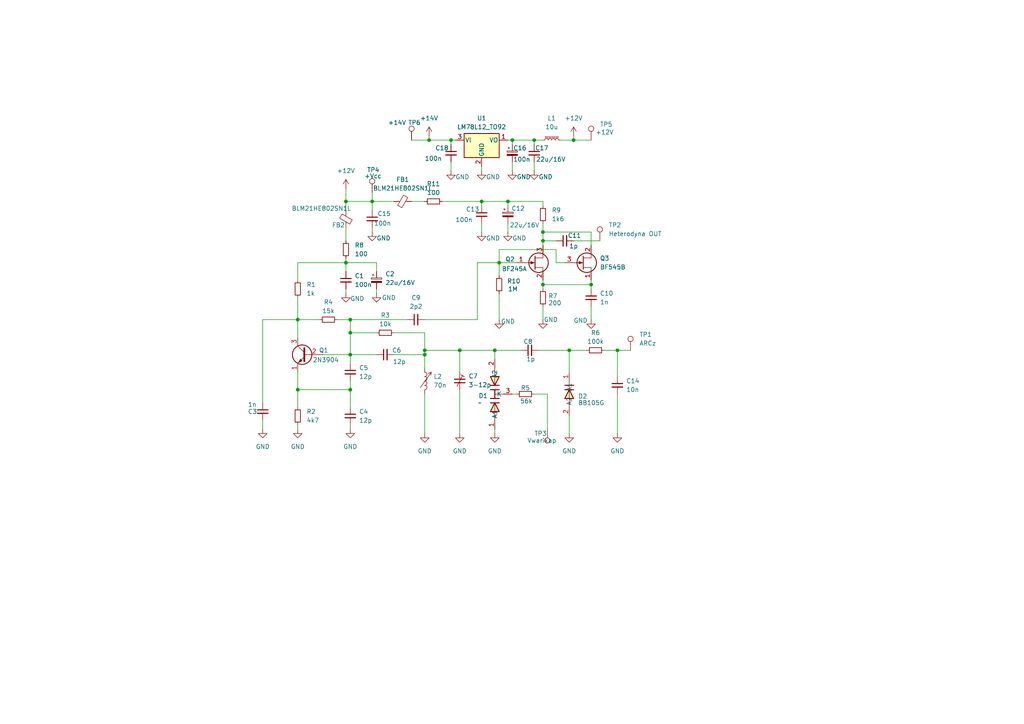
<source format=kicad_sch>
(kicad_sch
	(version 20250114)
	(generator "eeschema")
	(generator_version "9.0")
	(uuid "1d947506-f15d-47ad-90f6-2f3e4be6f14c")
	(paper "A4")
	(lib_symbols
		(symbol "Connector:TestPoint"
			(pin_numbers
				(hide yes)
			)
			(pin_names
				(offset 0.762)
				(hide yes)
			)
			(exclude_from_sim no)
			(in_bom yes)
			(on_board yes)
			(property "Reference" "TP"
				(at 0 6.858 0)
				(effects
					(font
						(size 1.27 1.27)
					)
				)
			)
			(property "Value" "TestPoint"
				(at 0 5.08 0)
				(effects
					(font
						(size 1.27 1.27)
					)
				)
			)
			(property "Footprint" ""
				(at 5.08 0 0)
				(effects
					(font
						(size 1.27 1.27)
					)
					(hide yes)
				)
			)
			(property "Datasheet" "~"
				(at 5.08 0 0)
				(effects
					(font
						(size 1.27 1.27)
					)
					(hide yes)
				)
			)
			(property "Description" "test point"
				(at 0 0 0)
				(effects
					(font
						(size 1.27 1.27)
					)
					(hide yes)
				)
			)
			(property "ki_keywords" "test point tp"
				(at 0 0 0)
				(effects
					(font
						(size 1.27 1.27)
					)
					(hide yes)
				)
			)
			(property "ki_fp_filters" "Pin* Test*"
				(at 0 0 0)
				(effects
					(font
						(size 1.27 1.27)
					)
					(hide yes)
				)
			)
			(symbol "TestPoint_0_1"
				(circle
					(center 0 3.302)
					(radius 0.762)
					(stroke
						(width 0)
						(type default)
					)
					(fill
						(type none)
					)
				)
			)
			(symbol "TestPoint_1_1"
				(pin passive line
					(at 0 0 90)
					(length 2.54)
					(name "1"
						(effects
							(font
								(size 1.27 1.27)
							)
						)
					)
					(number "1"
						(effects
							(font
								(size 1.27 1.27)
							)
						)
					)
				)
			)
			(embedded_fonts no)
		)
		(symbol "Device:C_Polarized_Small"
			(pin_numbers
				(hide yes)
			)
			(pin_names
				(offset 0.254)
				(hide yes)
			)
			(exclude_from_sim no)
			(in_bom yes)
			(on_board yes)
			(property "Reference" "C"
				(at 0.254 1.778 0)
				(effects
					(font
						(size 1.27 1.27)
					)
					(justify left)
				)
			)
			(property "Value" "C_Polarized_Small"
				(at 0.254 -2.032 0)
				(effects
					(font
						(size 1.27 1.27)
					)
					(justify left)
				)
			)
			(property "Footprint" ""
				(at 0 0 0)
				(effects
					(font
						(size 1.27 1.27)
					)
					(hide yes)
				)
			)
			(property "Datasheet" "~"
				(at 0 0 0)
				(effects
					(font
						(size 1.27 1.27)
					)
					(hide yes)
				)
			)
			(property "Description" "Polarized capacitor, small symbol"
				(at 0 0 0)
				(effects
					(font
						(size 1.27 1.27)
					)
					(hide yes)
				)
			)
			(property "ki_keywords" "cap capacitor"
				(at 0 0 0)
				(effects
					(font
						(size 1.27 1.27)
					)
					(hide yes)
				)
			)
			(property "ki_fp_filters" "CP_*"
				(at 0 0 0)
				(effects
					(font
						(size 1.27 1.27)
					)
					(hide yes)
				)
			)
			(symbol "C_Polarized_Small_0_1"
				(rectangle
					(start -1.524 0.6858)
					(end 1.524 0.3048)
					(stroke
						(width 0)
						(type default)
					)
					(fill
						(type none)
					)
				)
				(rectangle
					(start -1.524 -0.3048)
					(end 1.524 -0.6858)
					(stroke
						(width 0)
						(type default)
					)
					(fill
						(type outline)
					)
				)
				(polyline
					(pts
						(xy -1.27 1.524) (xy -0.762 1.524)
					)
					(stroke
						(width 0)
						(type default)
					)
					(fill
						(type none)
					)
				)
				(polyline
					(pts
						(xy -1.016 1.27) (xy -1.016 1.778)
					)
					(stroke
						(width 0)
						(type default)
					)
					(fill
						(type none)
					)
				)
			)
			(symbol "C_Polarized_Small_1_1"
				(pin passive line
					(at 0 2.54 270)
					(length 1.8542)
					(name "~"
						(effects
							(font
								(size 1.27 1.27)
							)
						)
					)
					(number "1"
						(effects
							(font
								(size 1.27 1.27)
							)
						)
					)
				)
				(pin passive line
					(at 0 -2.54 90)
					(length 1.8542)
					(name "~"
						(effects
							(font
								(size 1.27 1.27)
							)
						)
					)
					(number "2"
						(effects
							(font
								(size 1.27 1.27)
							)
						)
					)
				)
			)
			(embedded_fonts no)
		)
		(symbol "Device:C_Small"
			(pin_numbers
				(hide yes)
			)
			(pin_names
				(offset 0.254)
				(hide yes)
			)
			(exclude_from_sim no)
			(in_bom yes)
			(on_board yes)
			(property "Reference" "C"
				(at 0.254 1.778 0)
				(effects
					(font
						(size 1.27 1.27)
					)
					(justify left)
				)
			)
			(property "Value" "C_Small"
				(at 0.254 -2.032 0)
				(effects
					(font
						(size 1.27 1.27)
					)
					(justify left)
				)
			)
			(property "Footprint" ""
				(at 0 0 0)
				(effects
					(font
						(size 1.27 1.27)
					)
					(hide yes)
				)
			)
			(property "Datasheet" "~"
				(at 0 0 0)
				(effects
					(font
						(size 1.27 1.27)
					)
					(hide yes)
				)
			)
			(property "Description" "Unpolarized capacitor, small symbol"
				(at 0 0 0)
				(effects
					(font
						(size 1.27 1.27)
					)
					(hide yes)
				)
			)
			(property "ki_keywords" "capacitor cap"
				(at 0 0 0)
				(effects
					(font
						(size 1.27 1.27)
					)
					(hide yes)
				)
			)
			(property "ki_fp_filters" "C_*"
				(at 0 0 0)
				(effects
					(font
						(size 1.27 1.27)
					)
					(hide yes)
				)
			)
			(symbol "C_Small_0_1"
				(polyline
					(pts
						(xy -1.524 0.508) (xy 1.524 0.508)
					)
					(stroke
						(width 0.3048)
						(type default)
					)
					(fill
						(type none)
					)
				)
				(polyline
					(pts
						(xy -1.524 -0.508) (xy 1.524 -0.508)
					)
					(stroke
						(width 0.3302)
						(type default)
					)
					(fill
						(type none)
					)
				)
			)
			(symbol "C_Small_1_1"
				(pin passive line
					(at 0 2.54 270)
					(length 2.032)
					(name "~"
						(effects
							(font
								(size 1.27 1.27)
							)
						)
					)
					(number "1"
						(effects
							(font
								(size 1.27 1.27)
							)
						)
					)
				)
				(pin passive line
					(at 0 -2.54 90)
					(length 2.032)
					(name "~"
						(effects
							(font
								(size 1.27 1.27)
							)
						)
					)
					(number "2"
						(effects
							(font
								(size 1.27 1.27)
							)
						)
					)
				)
			)
			(embedded_fonts no)
		)
		(symbol "Device:C_Trim_Small"
			(pin_numbers
				(hide yes)
			)
			(pin_names
				(offset 0.254)
				(hide yes)
			)
			(exclude_from_sim no)
			(in_bom yes)
			(on_board yes)
			(property "Reference" "C"
				(at 1.524 -2.032 0)
				(effects
					(font
						(size 1.27 1.27)
					)
				)
			)
			(property "Value" "C_Trim_Small"
				(at 3.048 -3.556 0)
				(effects
					(font
						(size 1.27 1.27)
					)
				)
			)
			(property "Footprint" ""
				(at 0 0 0)
				(effects
					(font
						(size 1.27 1.27)
					)
					(hide yes)
				)
			)
			(property "Datasheet" "~"
				(at 0 0 0)
				(effects
					(font
						(size 1.27 1.27)
					)
					(hide yes)
				)
			)
			(property "Description" "Trimmable capacitor, small symbol"
				(at 0 0 0)
				(effects
					(font
						(size 1.27 1.27)
					)
					(hide yes)
				)
			)
			(property "ki_keywords" "trimmer variable capacitor"
				(at 0 0 0)
				(effects
					(font
						(size 1.27 1.27)
					)
					(hide yes)
				)
			)
			(property "ki_fp_filters" "C_*"
				(at 0 0 0)
				(effects
					(font
						(size 1.27 1.27)
					)
					(hide yes)
				)
			)
			(symbol "C_Trim_Small_0_1"
				(polyline
					(pts
						(xy -1.524 0.508) (xy 1.524 0.508)
					)
					(stroke
						(width 0.3048)
						(type default)
					)
					(fill
						(type none)
					)
				)
				(polyline
					(pts
						(xy -1.524 -0.508) (xy 1.524 -0.508)
					)
					(stroke
						(width 0.3048)
						(type default)
					)
					(fill
						(type none)
					)
				)
				(polyline
					(pts
						(xy 0.762 1.524) (xy -0.762 -1.524)
					)
					(stroke
						(width 0.1778)
						(type default)
					)
					(fill
						(type none)
					)
				)
				(polyline
					(pts
						(xy 1.27 1.27) (xy 0.381 1.778)
					)
					(stroke
						(width 0.1778)
						(type default)
					)
					(fill
						(type none)
					)
				)
			)
			(symbol "C_Trim_Small_1_1"
				(pin passive line
					(at 0 2.54 270)
					(length 2.032)
					(name "~"
						(effects
							(font
								(size 1.27 1.27)
							)
						)
					)
					(number "1"
						(effects
							(font
								(size 1.27 1.27)
							)
						)
					)
				)
				(pin passive line
					(at 0 -2.54 90)
					(length 2.032)
					(name "~"
						(effects
							(font
								(size 1.27 1.27)
							)
						)
					)
					(number "2"
						(effects
							(font
								(size 1.27 1.27)
							)
						)
					)
				)
			)
			(embedded_fonts no)
		)
		(symbol "Device:FerriteBead_Small"
			(pin_numbers
				(hide yes)
			)
			(pin_names
				(offset 0)
			)
			(exclude_from_sim no)
			(in_bom yes)
			(on_board yes)
			(property "Reference" "FB"
				(at 1.905 1.27 0)
				(effects
					(font
						(size 1.27 1.27)
					)
					(justify left)
				)
			)
			(property "Value" "FerriteBead_Small"
				(at 1.905 -1.27 0)
				(effects
					(font
						(size 1.27 1.27)
					)
					(justify left)
				)
			)
			(property "Footprint" ""
				(at -1.778 0 90)
				(effects
					(font
						(size 1.27 1.27)
					)
					(hide yes)
				)
			)
			(property "Datasheet" "~"
				(at 0 0 0)
				(effects
					(font
						(size 1.27 1.27)
					)
					(hide yes)
				)
			)
			(property "Description" "Ferrite bead, small symbol"
				(at 0 0 0)
				(effects
					(font
						(size 1.27 1.27)
					)
					(hide yes)
				)
			)
			(property "ki_keywords" "L ferrite bead inductor filter"
				(at 0 0 0)
				(effects
					(font
						(size 1.27 1.27)
					)
					(hide yes)
				)
			)
			(property "ki_fp_filters" "Inductor_* L_* *Ferrite*"
				(at 0 0 0)
				(effects
					(font
						(size 1.27 1.27)
					)
					(hide yes)
				)
			)
			(symbol "FerriteBead_Small_0_1"
				(polyline
					(pts
						(xy -1.8288 0.2794) (xy -1.1176 1.4986) (xy 1.8288 -0.2032) (xy 1.1176 -1.4224) (xy -1.8288 0.2794)
					)
					(stroke
						(width 0)
						(type default)
					)
					(fill
						(type none)
					)
				)
				(polyline
					(pts
						(xy 0 0.889) (xy 0 1.2954)
					)
					(stroke
						(width 0)
						(type default)
					)
					(fill
						(type none)
					)
				)
				(polyline
					(pts
						(xy 0 -1.27) (xy 0 -0.7874)
					)
					(stroke
						(width 0)
						(type default)
					)
					(fill
						(type none)
					)
				)
			)
			(symbol "FerriteBead_Small_1_1"
				(pin passive line
					(at 0 2.54 270)
					(length 1.27)
					(name "~"
						(effects
							(font
								(size 1.27 1.27)
							)
						)
					)
					(number "1"
						(effects
							(font
								(size 1.27 1.27)
							)
						)
					)
				)
				(pin passive line
					(at 0 -2.54 90)
					(length 1.27)
					(name "~"
						(effects
							(font
								(size 1.27 1.27)
							)
						)
					)
					(number "2"
						(effects
							(font
								(size 1.27 1.27)
							)
						)
					)
				)
			)
			(embedded_fonts no)
		)
		(symbol "Device:L_Ferrite_Small"
			(pin_numbers
				(hide yes)
			)
			(pin_names
				(offset 0.254)
				(hide yes)
			)
			(exclude_from_sim no)
			(in_bom yes)
			(on_board yes)
			(property "Reference" "L"
				(at 1.27 1.016 0)
				(effects
					(font
						(size 1.27 1.27)
					)
					(justify left)
				)
			)
			(property "Value" "L_Ferrite_Small"
				(at 1.27 -1.27 0)
				(effects
					(font
						(size 1.27 1.27)
					)
					(justify left)
				)
			)
			(property "Footprint" ""
				(at 0 0 0)
				(effects
					(font
						(size 1.27 1.27)
					)
					(hide yes)
				)
			)
			(property "Datasheet" "~"
				(at 0 0 0)
				(effects
					(font
						(size 1.27 1.27)
					)
					(hide yes)
				)
			)
			(property "Description" "Inductor with ferrite core, small symbol"
				(at 0 0 0)
				(effects
					(font
						(size 1.27 1.27)
					)
					(hide yes)
				)
			)
			(property "ki_keywords" "inductor choke coil reactor magnetic"
				(at 0 0 0)
				(effects
					(font
						(size 1.27 1.27)
					)
					(hide yes)
				)
			)
			(property "ki_fp_filters" "Choke_* *Coil* Inductor_* L_*"
				(at 0 0 0)
				(effects
					(font
						(size 1.27 1.27)
					)
					(hide yes)
				)
			)
			(symbol "L_Ferrite_Small_0_1"
				(arc
					(start 0 2.032)
					(mid 0.5058 1.524)
					(end 0 1.016)
					(stroke
						(width 0)
						(type default)
					)
					(fill
						(type none)
					)
				)
				(arc
					(start 0 1.016)
					(mid 0.5058 0.508)
					(end 0 0)
					(stroke
						(width 0)
						(type default)
					)
					(fill
						(type none)
					)
				)
				(arc
					(start 0 0)
					(mid 0.5058 -0.508)
					(end 0 -1.016)
					(stroke
						(width 0)
						(type default)
					)
					(fill
						(type none)
					)
				)
				(arc
					(start 0 -1.016)
					(mid 0.5058 -1.524)
					(end 0 -2.032)
					(stroke
						(width 0)
						(type default)
					)
					(fill
						(type none)
					)
				)
				(polyline
					(pts
						(xy 0.762 1.651) (xy 0.762 1.905)
					)
					(stroke
						(width 0)
						(type default)
					)
					(fill
						(type none)
					)
				)
				(polyline
					(pts
						(xy 0.762 1.143) (xy 0.762 1.397)
					)
					(stroke
						(width 0)
						(type default)
					)
					(fill
						(type none)
					)
				)
				(polyline
					(pts
						(xy 0.762 0.635) (xy 0.762 0.889)
					)
					(stroke
						(width 0)
						(type default)
					)
					(fill
						(type none)
					)
				)
				(polyline
					(pts
						(xy 0.762 0.127) (xy 0.762 0.381)
					)
					(stroke
						(width 0)
						(type default)
					)
					(fill
						(type none)
					)
				)
				(polyline
					(pts
						(xy 0.762 -0.381) (xy 0.762 -0.127)
					)
					(stroke
						(width 0)
						(type default)
					)
					(fill
						(type none)
					)
				)
				(polyline
					(pts
						(xy 0.762 -0.889) (xy 0.762 -0.635)
					)
					(stroke
						(width 0)
						(type default)
					)
					(fill
						(type none)
					)
				)
				(polyline
					(pts
						(xy 0.762 -1.397) (xy 0.762 -1.143)
					)
					(stroke
						(width 0)
						(type default)
					)
					(fill
						(type none)
					)
				)
				(polyline
					(pts
						(xy 0.762 -1.905) (xy 0.762 -1.651)
					)
					(stroke
						(width 0)
						(type default)
					)
					(fill
						(type none)
					)
				)
				(polyline
					(pts
						(xy 1.016 1.905) (xy 1.016 1.651)
					)
					(stroke
						(width 0)
						(type default)
					)
					(fill
						(type none)
					)
				)
				(polyline
					(pts
						(xy 1.016 1.397) (xy 1.016 1.143)
					)
					(stroke
						(width 0)
						(type default)
					)
					(fill
						(type none)
					)
				)
				(polyline
					(pts
						(xy 1.016 0.889) (xy 1.016 0.635)
					)
					(stroke
						(width 0)
						(type default)
					)
					(fill
						(type none)
					)
				)
				(polyline
					(pts
						(xy 1.016 0.381) (xy 1.016 0.127)
					)
					(stroke
						(width 0)
						(type default)
					)
					(fill
						(type none)
					)
				)
				(polyline
					(pts
						(xy 1.016 -0.127) (xy 1.016 -0.381)
					)
					(stroke
						(width 0)
						(type default)
					)
					(fill
						(type none)
					)
				)
				(polyline
					(pts
						(xy 1.016 -0.635) (xy 1.016 -0.889)
					)
					(stroke
						(width 0)
						(type default)
					)
					(fill
						(type none)
					)
				)
				(polyline
					(pts
						(xy 1.016 -1.143) (xy 1.016 -1.397)
					)
					(stroke
						(width 0)
						(type default)
					)
					(fill
						(type none)
					)
				)
				(polyline
					(pts
						(xy 1.016 -1.651) (xy 1.016 -1.905)
					)
					(stroke
						(width 0)
						(type default)
					)
					(fill
						(type none)
					)
				)
			)
			(symbol "L_Ferrite_Small_1_1"
				(pin passive line
					(at 0 2.54 270)
					(length 0.508)
					(name "~"
						(effects
							(font
								(size 1.27 1.27)
							)
						)
					)
					(number "1"
						(effects
							(font
								(size 1.27 1.27)
							)
						)
					)
				)
				(pin passive line
					(at 0 -2.54 90)
					(length 0.508)
					(name "~"
						(effects
							(font
								(size 1.27 1.27)
							)
						)
					)
					(number "2"
						(effects
							(font
								(size 1.27 1.27)
							)
						)
					)
				)
			)
			(embedded_fonts no)
		)
		(symbol "Device:L_Trim"
			(pin_numbers
				(hide yes)
			)
			(pin_names
				(offset 1.016)
				(hide yes)
			)
			(exclude_from_sim no)
			(in_bom yes)
			(on_board yes)
			(property "Reference" "L"
				(at -1.905 0 90)
				(effects
					(font
						(size 1.27 1.27)
					)
				)
			)
			(property "Value" "L_Trim"
				(at 3.175 0 90)
				(effects
					(font
						(size 1.27 1.27)
					)
				)
			)
			(property "Footprint" ""
				(at 0 0 0)
				(effects
					(font
						(size 1.27 1.27)
					)
					(hide yes)
				)
			)
			(property "Datasheet" "~"
				(at 0 0 0)
				(effects
					(font
						(size 1.27 1.27)
					)
					(hide yes)
				)
			)
			(property "Description" "Variable inductor"
				(at 0 0 0)
				(effects
					(font
						(size 1.27 1.27)
					)
					(hide yes)
				)
			)
			(property "ki_keywords" "inductor choke coil reactor magnetic"
				(at 0 0 0)
				(effects
					(font
						(size 1.27 1.27)
					)
					(hide yes)
				)
			)
			(property "ki_fp_filters" "Inductor_* L_*"
				(at 0 0 0)
				(effects
					(font
						(size 1.27 1.27)
					)
					(hide yes)
				)
			)
			(symbol "L_Trim_0_1"
				(polyline
					(pts
						(xy -1.27 -1.905) (xy 1.905 2.54)
					)
					(stroke
						(width 0)
						(type default)
					)
					(fill
						(type none)
					)
				)
				(arc
					(start 0 2.54)
					(mid 0.6323 1.905)
					(end 0 1.27)
					(stroke
						(width 0)
						(type default)
					)
					(fill
						(type none)
					)
				)
				(arc
					(start 0 1.27)
					(mid 0.6323 0.635)
					(end 0 0)
					(stroke
						(width 0)
						(type default)
					)
					(fill
						(type none)
					)
				)
				(arc
					(start 0 0)
					(mid 0.6323 -0.635)
					(end 0 -1.27)
					(stroke
						(width 0)
						(type default)
					)
					(fill
						(type none)
					)
				)
				(arc
					(start 0 -1.27)
					(mid 0.6323 -1.905)
					(end 0 -2.54)
					(stroke
						(width 0)
						(type default)
					)
					(fill
						(type none)
					)
				)
				(polyline
					(pts
						(xy 1.905 2.54) (xy 1.016 2.159)
					)
					(stroke
						(width 0)
						(type default)
					)
					(fill
						(type none)
					)
				)
				(polyline
					(pts
						(xy 1.905 2.54) (xy 1.778 1.651)
					)
					(stroke
						(width 0)
						(type default)
					)
					(fill
						(type none)
					)
				)
			)
			(symbol "L_Trim_1_1"
				(pin passive line
					(at 0 3.81 270)
					(length 1.27)
					(name "1"
						(effects
							(font
								(size 1.27 1.27)
							)
						)
					)
					(number "1"
						(effects
							(font
								(size 1.27 1.27)
							)
						)
					)
				)
				(pin passive line
					(at 0 -3.81 90)
					(length 1.27)
					(name "2"
						(effects
							(font
								(size 1.27 1.27)
							)
						)
					)
					(number "2"
						(effects
							(font
								(size 1.27 1.27)
							)
						)
					)
				)
			)
			(embedded_fonts no)
		)
		(symbol "Device:R_Small"
			(pin_numbers
				(hide yes)
			)
			(pin_names
				(offset 0.254)
				(hide yes)
			)
			(exclude_from_sim no)
			(in_bom yes)
			(on_board yes)
			(property "Reference" "R"
				(at 0.762 0.508 0)
				(effects
					(font
						(size 1.27 1.27)
					)
					(justify left)
				)
			)
			(property "Value" "R_Small"
				(at 0.762 -1.016 0)
				(effects
					(font
						(size 1.27 1.27)
					)
					(justify left)
				)
			)
			(property "Footprint" ""
				(at 0 0 0)
				(effects
					(font
						(size 1.27 1.27)
					)
					(hide yes)
				)
			)
			(property "Datasheet" "~"
				(at 0 0 0)
				(effects
					(font
						(size 1.27 1.27)
					)
					(hide yes)
				)
			)
			(property "Description" "Resistor, small symbol"
				(at 0 0 0)
				(effects
					(font
						(size 1.27 1.27)
					)
					(hide yes)
				)
			)
			(property "ki_keywords" "R resistor"
				(at 0 0 0)
				(effects
					(font
						(size 1.27 1.27)
					)
					(hide yes)
				)
			)
			(property "ki_fp_filters" "R_*"
				(at 0 0 0)
				(effects
					(font
						(size 1.27 1.27)
					)
					(hide yes)
				)
			)
			(symbol "R_Small_0_1"
				(rectangle
					(start -0.762 1.778)
					(end 0.762 -1.778)
					(stroke
						(width 0.2032)
						(type default)
					)
					(fill
						(type none)
					)
				)
			)
			(symbol "R_Small_1_1"
				(pin passive line
					(at 0 2.54 270)
					(length 0.762)
					(name "~"
						(effects
							(font
								(size 1.27 1.27)
							)
						)
					)
					(number "1"
						(effects
							(font
								(size 1.27 1.27)
							)
						)
					)
				)
				(pin passive line
					(at 0 -2.54 90)
					(length 0.762)
					(name "~"
						(effects
							(font
								(size 1.27 1.27)
							)
						)
					)
					(number "2"
						(effects
							(font
								(size 1.27 1.27)
							)
						)
					)
				)
			)
			(embedded_fonts no)
		)
		(symbol "Regulator_Linear:LM78L12_TO92"
			(pin_names
				(offset 0.254)
			)
			(exclude_from_sim no)
			(in_bom yes)
			(on_board yes)
			(property "Reference" "U"
				(at -3.81 3.175 0)
				(effects
					(font
						(size 1.27 1.27)
					)
				)
			)
			(property "Value" "LM78L12_TO92"
				(at 0 3.175 0)
				(effects
					(font
						(size 1.27 1.27)
					)
					(justify left)
				)
			)
			(property "Footprint" "Package_TO_SOT_THT:TO-92_Inline"
				(at 0 5.715 0)
				(effects
					(font
						(size 1.27 1.27)
						(italic yes)
					)
					(hide yes)
				)
			)
			(property "Datasheet" "https://www.onsemi.com/pub/Collateral/MC78L06A-D.pdf"
				(at 0 -1.27 0)
				(effects
					(font
						(size 1.27 1.27)
					)
					(hide yes)
				)
			)
			(property "Description" "Positive 100mA 30V Linear Regulator, Fixed Output 12V, TO-92"
				(at 0 0 0)
				(effects
					(font
						(size 1.27 1.27)
					)
					(hide yes)
				)
			)
			(property "ki_keywords" "Voltage Regulator 100mA Positive"
				(at 0 0 0)
				(effects
					(font
						(size 1.27 1.27)
					)
					(hide yes)
				)
			)
			(property "ki_fp_filters" "TO?92*"
				(at 0 0 0)
				(effects
					(font
						(size 1.27 1.27)
					)
					(hide yes)
				)
			)
			(symbol "LM78L12_TO92_0_1"
				(rectangle
					(start -5.08 -5.08)
					(end 5.08 1.905)
					(stroke
						(width 0.254)
						(type default)
					)
					(fill
						(type background)
					)
				)
			)
			(symbol "LM78L12_TO92_1_1"
				(pin power_in line
					(at -7.62 0 0)
					(length 2.54)
					(name "VI"
						(effects
							(font
								(size 1.27 1.27)
							)
						)
					)
					(number "3"
						(effects
							(font
								(size 1.27 1.27)
							)
						)
					)
				)
				(pin power_in line
					(at 0 -7.62 90)
					(length 2.54)
					(name "GND"
						(effects
							(font
								(size 1.27 1.27)
							)
						)
					)
					(number "2"
						(effects
							(font
								(size 1.27 1.27)
							)
						)
					)
				)
				(pin power_out line
					(at 7.62 0 180)
					(length 2.54)
					(name "VO"
						(effects
							(font
								(size 1.27 1.27)
							)
						)
					)
					(number "1"
						(effects
							(font
								(size 1.27 1.27)
							)
						)
					)
				)
			)
			(embedded_fonts no)
		)
		(symbol "Transistor_BJT:2N3904"
			(pin_names
				(offset 0)
				(hide yes)
			)
			(exclude_from_sim no)
			(in_bom yes)
			(on_board yes)
			(property "Reference" "Q"
				(at 5.08 1.905 0)
				(effects
					(font
						(size 1.27 1.27)
					)
					(justify left)
				)
			)
			(property "Value" "2N3904"
				(at 5.08 0 0)
				(effects
					(font
						(size 1.27 1.27)
					)
					(justify left)
				)
			)
			(property "Footprint" "Package_TO_SOT_THT:TO-92_Inline"
				(at 5.08 -1.905 0)
				(effects
					(font
						(size 1.27 1.27)
						(italic yes)
					)
					(justify left)
					(hide yes)
				)
			)
			(property "Datasheet" "https://www.onsemi.com/pub/Collateral/2N3903-D.PDF"
				(at 0 0 0)
				(effects
					(font
						(size 1.27 1.27)
					)
					(justify left)
					(hide yes)
				)
			)
			(property "Description" "0.2A Ic, 40V Vce, Small Signal NPN Transistor, TO-92"
				(at 0 0 0)
				(effects
					(font
						(size 1.27 1.27)
					)
					(hide yes)
				)
			)
			(property "ki_keywords" "NPN Transistor"
				(at 0 0 0)
				(effects
					(font
						(size 1.27 1.27)
					)
					(hide yes)
				)
			)
			(property "ki_fp_filters" "TO?92*"
				(at 0 0 0)
				(effects
					(font
						(size 1.27 1.27)
					)
					(hide yes)
				)
			)
			(symbol "2N3904_0_1"
				(polyline
					(pts
						(xy 0.635 1.905) (xy 0.635 -1.905) (xy 0.635 -1.905)
					)
					(stroke
						(width 0.508)
						(type default)
					)
					(fill
						(type none)
					)
				)
				(polyline
					(pts
						(xy 0.635 0.635) (xy 2.54 2.54)
					)
					(stroke
						(width 0)
						(type default)
					)
					(fill
						(type none)
					)
				)
				(polyline
					(pts
						(xy 0.635 -0.635) (xy 2.54 -2.54) (xy 2.54 -2.54)
					)
					(stroke
						(width 0)
						(type default)
					)
					(fill
						(type none)
					)
				)
				(circle
					(center 1.27 0)
					(radius 2.8194)
					(stroke
						(width 0.254)
						(type default)
					)
					(fill
						(type none)
					)
				)
				(polyline
					(pts
						(xy 1.27 -1.778) (xy 1.778 -1.27) (xy 2.286 -2.286) (xy 1.27 -1.778) (xy 1.27 -1.778)
					)
					(stroke
						(width 0)
						(type default)
					)
					(fill
						(type outline)
					)
				)
			)
			(symbol "2N3904_1_1"
				(pin passive line
					(at -5.08 0 0)
					(length 5.715)
					(name "B"
						(effects
							(font
								(size 1.27 1.27)
							)
						)
					)
					(number "2"
						(effects
							(font
								(size 1.27 1.27)
							)
						)
					)
				)
				(pin passive line
					(at 2.54 5.08 270)
					(length 2.54)
					(name "C"
						(effects
							(font
								(size 1.27 1.27)
							)
						)
					)
					(number "3"
						(effects
							(font
								(size 1.27 1.27)
							)
						)
					)
				)
				(pin passive line
					(at 2.54 -5.08 90)
					(length 2.54)
					(name "E"
						(effects
							(font
								(size 1.27 1.27)
							)
						)
					)
					(number "1"
						(effects
							(font
								(size 1.27 1.27)
							)
						)
					)
				)
			)
			(embedded_fonts no)
		)
		(symbol "Transistor_FET:BF245A"
			(pin_names
				(hide yes)
			)
			(exclude_from_sim no)
			(in_bom yes)
			(on_board yes)
			(property "Reference" "Q"
				(at 5.08 1.905 0)
				(effects
					(font
						(size 1.27 1.27)
					)
					(justify left)
				)
			)
			(property "Value" "BF245A"
				(at 5.08 0 0)
				(effects
					(font
						(size 1.27 1.27)
					)
					(justify left)
				)
			)
			(property "Footprint" "Package_TO_SOT_THT:TO-92_Inline"
				(at 5.08 -1.905 0)
				(effects
					(font
						(size 1.27 1.27)
						(italic yes)
					)
					(justify left)
					(hide yes)
				)
			)
			(property "Datasheet" "https://www.onsemi.com/pub/Collateral/BF245A-D.PDF"
				(at 5.08 -3.81 0)
				(effects
					(font
						(size 1.27 1.27)
					)
					(justify left)
					(hide yes)
				)
			)
			(property "Description" "50mA Id, 30V Vgs, N-Channel FET Transistor, TO-92"
				(at 0 0 0)
				(effects
					(font
						(size 1.27 1.27)
					)
					(hide yes)
				)
			)
			(property "ki_keywords" "N-Channel FET Transistor Low Voltage"
				(at 0 0 0)
				(effects
					(font
						(size 1.27 1.27)
					)
					(hide yes)
				)
			)
			(property "ki_fp_filters" "TO?92*"
				(at 0 0 0)
				(effects
					(font
						(size 1.27 1.27)
					)
					(hide yes)
				)
			)
			(symbol "BF245A_0_1"
				(polyline
					(pts
						(xy 0 0) (xy -1.016 0.381) (xy -1.016 -0.381) (xy 0 0)
					)
					(stroke
						(width 0)
						(type default)
					)
					(fill
						(type outline)
					)
				)
				(polyline
					(pts
						(xy 0.254 1.905) (xy 0.254 -1.905)
					)
					(stroke
						(width 0.254)
						(type default)
					)
					(fill
						(type none)
					)
				)
				(polyline
					(pts
						(xy 0.254 0) (xy -2.54 0)
					)
					(stroke
						(width 0)
						(type default)
					)
					(fill
						(type none)
					)
				)
				(circle
					(center 1.27 0)
					(radius 2.8194)
					(stroke
						(width 0.254)
						(type default)
					)
					(fill
						(type none)
					)
				)
				(polyline
					(pts
						(xy 2.54 2.54) (xy 2.54 1.397) (xy 0.254 1.397)
					)
					(stroke
						(width 0)
						(type default)
					)
					(fill
						(type none)
					)
				)
				(polyline
					(pts
						(xy 2.54 -2.54) (xy 2.54 -1.397) (xy 0.254 -1.397)
					)
					(stroke
						(width 0)
						(type default)
					)
					(fill
						(type none)
					)
				)
			)
			(symbol "BF245A_1_1"
				(pin input line
					(at -5.08 0 0)
					(length 2.54)
					(name "G"
						(effects
							(font
								(size 1.27 1.27)
							)
						)
					)
					(number "1"
						(effects
							(font
								(size 1.27 1.27)
							)
						)
					)
				)
				(pin passive line
					(at 2.54 5.08 270)
					(length 2.54)
					(name "D"
						(effects
							(font
								(size 1.27 1.27)
							)
						)
					)
					(number "3"
						(effects
							(font
								(size 1.27 1.27)
							)
						)
					)
				)
				(pin passive line
					(at 2.54 -5.08 90)
					(length 2.54)
					(name "S"
						(effects
							(font
								(size 1.27 1.27)
							)
						)
					)
					(number "2"
						(effects
							(font
								(size 1.27 1.27)
							)
						)
					)
				)
			)
			(embedded_fonts no)
		)
		(symbol "Transistor_FET:BF545B"
			(pin_names
				(hide yes)
			)
			(exclude_from_sim no)
			(in_bom yes)
			(on_board yes)
			(property "Reference" "Q"
				(at 5.08 1.905 0)
				(effects
					(font
						(size 1.27 1.27)
					)
					(justify left)
				)
			)
			(property "Value" "BF545B"
				(at 5.08 0 0)
				(effects
					(font
						(size 1.27 1.27)
					)
					(justify left)
				)
			)
			(property "Footprint" "Package_TO_SOT_SMD:SOT-23"
				(at 5.08 -1.905 0)
				(effects
					(font
						(size 1.27 1.27)
						(italic yes)
					)
					(justify left)
					(hide yes)
				)
			)
			(property "Datasheet" "https://www.nxp.com/docs/en/data-sheet/BF545A_BF545B_BF545C.pdf"
				(at 5.08 -3.81 0)
				(effects
					(font
						(size 1.27 1.27)
					)
					(justify left)
					(hide yes)
				)
			)
			(property "Description" "15mA Idss, 30V Vgs, N-Channel JFET, SOT-23"
				(at 0 0 0)
				(effects
					(font
						(size 1.27 1.27)
					)
					(hide yes)
				)
			)
			(property "ki_keywords" "N-Channel FET Transistor Low Voltage"
				(at 0 0 0)
				(effects
					(font
						(size 1.27 1.27)
					)
					(hide yes)
				)
			)
			(property "ki_fp_filters" "SOT?23*"
				(at 0 0 0)
				(effects
					(font
						(size 1.27 1.27)
					)
					(hide yes)
				)
			)
			(symbol "BF545B_0_1"
				(polyline
					(pts
						(xy 0 0) (xy -1.016 0.381) (xy -1.016 -0.381) (xy 0 0)
					)
					(stroke
						(width 0)
						(type default)
					)
					(fill
						(type outline)
					)
				)
				(polyline
					(pts
						(xy 0.254 1.905) (xy 0.254 -1.905)
					)
					(stroke
						(width 0.254)
						(type default)
					)
					(fill
						(type none)
					)
				)
				(polyline
					(pts
						(xy 0.254 0) (xy -2.54 0)
					)
					(stroke
						(width 0)
						(type default)
					)
					(fill
						(type none)
					)
				)
				(circle
					(center 1.27 0)
					(radius 2.8194)
					(stroke
						(width 0.254)
						(type default)
					)
					(fill
						(type none)
					)
				)
				(polyline
					(pts
						(xy 2.54 2.54) (xy 2.54 1.397) (xy 0.254 1.397)
					)
					(stroke
						(width 0)
						(type default)
					)
					(fill
						(type none)
					)
				)
				(polyline
					(pts
						(xy 2.54 -2.54) (xy 2.54 -1.397) (xy 0.254 -1.397)
					)
					(stroke
						(width 0)
						(type default)
					)
					(fill
						(type none)
					)
				)
			)
			(symbol "BF545B_1_1"
				(pin input line
					(at -5.08 0 0)
					(length 2.54)
					(name "G"
						(effects
							(font
								(size 1.27 1.27)
							)
						)
					)
					(number "3"
						(effects
							(font
								(size 1.27 1.27)
							)
						)
					)
				)
				(pin passive line
					(at 2.54 5.08 270)
					(length 2.54)
					(name "D"
						(effects
							(font
								(size 1.27 1.27)
							)
						)
					)
					(number "2"
						(effects
							(font
								(size 1.27 1.27)
							)
						)
					)
				)
				(pin passive line
					(at 2.54 -5.08 90)
					(length 2.54)
					(name "S"
						(effects
							(font
								(size 1.27 1.27)
							)
						)
					)
					(number "1"
						(effects
							(font
								(size 1.27 1.27)
							)
						)
					)
				)
			)
			(embedded_fonts no)
		)
		(symbol "power:+15V"
			(power)
			(pin_numbers
				(hide yes)
			)
			(pin_names
				(offset 0)
				(hide yes)
			)
			(exclude_from_sim no)
			(in_bom yes)
			(on_board yes)
			(property "Reference" "#PWR"
				(at 0 -3.81 0)
				(effects
					(font
						(size 1.27 1.27)
					)
					(hide yes)
				)
			)
			(property "Value" "+15V"
				(at 0 3.556 0)
				(effects
					(font
						(size 1.27 1.27)
					)
				)
			)
			(property "Footprint" ""
				(at 0 0 0)
				(effects
					(font
						(size 1.27 1.27)
					)
					(hide yes)
				)
			)
			(property "Datasheet" ""
				(at 0 0 0)
				(effects
					(font
						(size 1.27 1.27)
					)
					(hide yes)
				)
			)
			(property "Description" "Power symbol creates a global label with name \"+15V\""
				(at 0 0 0)
				(effects
					(font
						(size 1.27 1.27)
					)
					(hide yes)
				)
			)
			(property "ki_keywords" "global power"
				(at 0 0 0)
				(effects
					(font
						(size 1.27 1.27)
					)
					(hide yes)
				)
			)
			(symbol "+15V_0_1"
				(polyline
					(pts
						(xy -0.762 1.27) (xy 0 2.54)
					)
					(stroke
						(width 0)
						(type default)
					)
					(fill
						(type none)
					)
				)
				(polyline
					(pts
						(xy 0 2.54) (xy 0.762 1.27)
					)
					(stroke
						(width 0)
						(type default)
					)
					(fill
						(type none)
					)
				)
				(polyline
					(pts
						(xy 0 0) (xy 0 2.54)
					)
					(stroke
						(width 0)
						(type default)
					)
					(fill
						(type none)
					)
				)
			)
			(symbol "+15V_1_1"
				(pin power_in line
					(at 0 0 90)
					(length 0)
					(name "~"
						(effects
							(font
								(size 1.27 1.27)
							)
						)
					)
					(number "1"
						(effects
							(font
								(size 1.27 1.27)
							)
						)
					)
				)
			)
			(embedded_fonts no)
		)
		(symbol "power:GND"
			(power)
			(pin_numbers
				(hide yes)
			)
			(pin_names
				(offset 0)
				(hide yes)
			)
			(exclude_from_sim no)
			(in_bom yes)
			(on_board yes)
			(property "Reference" "#PWR"
				(at 0 -6.35 0)
				(effects
					(font
						(size 1.27 1.27)
					)
					(hide yes)
				)
			)
			(property "Value" "GND"
				(at 0 -3.81 0)
				(effects
					(font
						(size 1.27 1.27)
					)
				)
			)
			(property "Footprint" ""
				(at 0 0 0)
				(effects
					(font
						(size 1.27 1.27)
					)
					(hide yes)
				)
			)
			(property "Datasheet" ""
				(at 0 0 0)
				(effects
					(font
						(size 1.27 1.27)
					)
					(hide yes)
				)
			)
			(property "Description" "Power symbol creates a global label with name \"GND\" , ground"
				(at 0 0 0)
				(effects
					(font
						(size 1.27 1.27)
					)
					(hide yes)
				)
			)
			(property "ki_keywords" "global power"
				(at 0 0 0)
				(effects
					(font
						(size 1.27 1.27)
					)
					(hide yes)
				)
			)
			(symbol "GND_0_1"
				(polyline
					(pts
						(xy 0 0) (xy 0 -1.27) (xy 1.27 -1.27) (xy 0 -2.54) (xy -1.27 -1.27) (xy 0 -1.27)
					)
					(stroke
						(width 0)
						(type default)
					)
					(fill
						(type none)
					)
				)
			)
			(symbol "GND_1_1"
				(pin power_in line
					(at 0 0 270)
					(length 0)
					(name "~"
						(effects
							(font
								(size 1.27 1.27)
							)
						)
					)
					(number "1"
						(effects
							(font
								(size 1.27 1.27)
							)
						)
					)
				)
			)
			(embedded_fonts no)
		)
		(symbol "warikapy:BB104B"
			(exclude_from_sim no)
			(in_bom yes)
			(on_board yes)
			(property "Reference" "D"
				(at 0 1.524 0)
				(effects
					(font
						(size 1.27 1.27)
					)
				)
			)
			(property "Value" ""
				(at -5.08 0 0)
				(effects
					(font
						(size 1.27 1.27)
					)
				)
			)
			(property "Footprint" ""
				(at -5.08 0 0)
				(effects
					(font
						(size 1.27 1.27)
					)
					(hide yes)
				)
			)
			(property "Datasheet" ""
				(at -5.08 0 0)
				(effects
					(font
						(size 1.27 1.27)
					)
					(hide yes)
				)
			)
			(property "Description" ""
				(at -5.08 0 0)
				(effects
					(font
						(size 1.27 1.27)
					)
					(hide yes)
				)
			)
			(symbol "BB104B_0_1"
				(polyline
					(pts
						(xy -10.16 0) (xy -10.16 0)
					)
					(stroke
						(width 0)
						(type default)
					)
					(fill
						(type none)
					)
				)
				(polyline
					(pts
						(xy -7.62 0) (xy -2.54 0)
					)
					(stroke
						(width 0)
						(type default)
					)
					(fill
						(type none)
					)
				)
				(polyline
					(pts
						(xy -5.08 1.27) (xy -2.54 0)
					)
					(stroke
						(width 0.3)
						(type default)
					)
					(fill
						(type background)
					)
				)
				(polyline
					(pts
						(xy -5.08 1.27) (xy -5.08 -1.27) (xy -2.54 0)
					)
					(stroke
						(width 0.3)
						(type default)
					)
					(fill
						(type background)
					)
				)
				(polyline
					(pts
						(xy -2.54 1.27) (xy -2.54 -1.27)
					)
					(stroke
						(width 0.3)
						(type default)
					)
					(fill
						(type none)
					)
				)
				(polyline
					(pts
						(xy -1.27 1.27) (xy -1.27 -1.27)
					)
					(stroke
						(width 0.3)
						(type default)
					)
					(fill
						(type none)
					)
				)
				(polyline
					(pts
						(xy -1.27 0) (xy 1.27 0)
					)
					(stroke
						(width 0.3)
						(type default)
					)
					(fill
						(type none)
					)
				)
				(polyline
					(pts
						(xy 0 -2.54) (xy 0 0)
					)
					(stroke
						(width 0)
						(type default)
					)
					(fill
						(type none)
					)
				)
				(polyline
					(pts
						(xy 1.27 1.27) (xy 1.27 -1.27)
					)
					(stroke
						(width 0.3)
						(type default)
					)
					(fill
						(type none)
					)
				)
				(polyline
					(pts
						(xy 2.54 1.27) (xy 2.54 -1.27)
					)
					(stroke
						(width 0.3)
						(type default)
					)
					(fill
						(type none)
					)
				)
				(polyline
					(pts
						(xy 2.54 0) (xy 7.62 0)
					)
					(stroke
						(width 0)
						(type default)
					)
					(fill
						(type none)
					)
				)
			)
			(symbol "BB104B_1_1"
				(polyline
					(pts
						(xy 2.54 0) (xy 5.08 1.27) (xy 5.08 -1.27) (xy 2.54 0)
					)
					(stroke
						(width 0.3)
						(type default)
					)
					(fill
						(type background)
					)
				)
				(pin input line
					(at -10.16 0 0)
					(length 2.54)
					(name "A1"
						(effects
							(font
								(size 1.27 1.27)
							)
						)
					)
					(number "1"
						(effects
							(font
								(size 1.27 1.27)
							)
						)
					)
				)
				(pin input line
					(at 0 -5.08 90)
					(length 2.54)
					(name "K"
						(effects
							(font
								(size 1.27 1.27)
							)
						)
					)
					(number "3"
						(effects
							(font
								(size 1.27 1.27)
							)
						)
					)
				)
				(pin input line
					(at 10.16 0 180)
					(length 2.54)
					(name "A2"
						(effects
							(font
								(size 1.27 1.27)
							)
						)
					)
					(number "2"
						(effects
							(font
								(size 1.27 1.27)
							)
						)
					)
				)
			)
			(embedded_fonts no)
		)
		(symbol "warikapy:BB105G"
			(exclude_from_sim no)
			(in_bom yes)
			(on_board yes)
			(property "Reference" "D"
				(at -0.254 5.08 0)
				(effects
					(font
						(size 1.27 1.27)
					)
				)
			)
			(property "Value" ""
				(at -1.27 0 0)
				(effects
					(font
						(size 1.27 1.27)
					)
				)
			)
			(property "Footprint" ""
				(at -1.27 0 0)
				(effects
					(font
						(size 1.27 1.27)
					)
					(hide yes)
				)
			)
			(property "Datasheet" ""
				(at -1.27 0 0)
				(effects
					(font
						(size 1.27 1.27)
					)
					(hide yes)
				)
			)
			(property "Description" ""
				(at -1.27 0 0)
				(effects
					(font
						(size 1.27 1.27)
					)
					(hide yes)
				)
			)
			(symbol "BB105G_0_1"
				(polyline
					(pts
						(xy -6.35 0) (xy -6.35 0)
					)
					(stroke
						(width 0)
						(type default)
					)
					(fill
						(type none)
					)
				)
				(polyline
					(pts
						(xy -3.81 0) (xy 1.27 0)
					)
					(stroke
						(width 0)
						(type default)
					)
					(fill
						(type none)
					)
				)
				(polyline
					(pts
						(xy -1.27 1.27) (xy 1.27 0)
					)
					(stroke
						(width 0.3)
						(type default)
					)
					(fill
						(type background)
					)
				)
				(polyline
					(pts
						(xy -1.27 1.27) (xy -1.27 -1.27) (xy 1.27 0)
					)
					(stroke
						(width 0.3)
						(type default)
					)
					(fill
						(type background)
					)
				)
				(polyline
					(pts
						(xy 1.27 1.27) (xy 1.27 -1.27)
					)
					(stroke
						(width 0.3)
						(type default)
					)
					(fill
						(type none)
					)
				)
				(polyline
					(pts
						(xy 1.27 0) (xy 3.81 0)
					)
					(stroke
						(width 0)
						(type default)
					)
					(fill
						(type none)
					)
				)
				(polyline
					(pts
						(xy 2.54 1.27) (xy 2.54 -1.27)
					)
					(stroke
						(width 0.3)
						(type default)
					)
					(fill
						(type none)
					)
				)
			)
			(symbol "BB105G_1_1"
				(pin input line
					(at -6.35 0 0)
					(length 2.54)
					(name "A2"
						(effects
							(font
								(size 1.27 1.27)
							)
						)
					)
					(number "2"
						(effects
							(font
								(size 1.27 1.27)
							)
						)
					)
				)
				(pin input line
					(at 6.35 0 180)
					(length 2.54)
					(name "A1"
						(effects
							(font
								(size 1.27 1.27)
							)
						)
					)
					(number "1"
						(effects
							(font
								(size 1.27 1.27)
							)
						)
					)
				)
			)
			(embedded_fonts no)
		)
	)
	(junction
		(at 100.33 58.42)
		(diameter 0)
		(color 0 0 0 0)
		(uuid "0d23c2db-f242-4722-baac-e3fbe5b60ac6")
	)
	(junction
		(at 157.48 82.55)
		(diameter 0)
		(color 0 0 0 0)
		(uuid "2482fa02-c1b4-4524-9f04-a618c64dfa8f")
	)
	(junction
		(at 166.37 40.64)
		(diameter 0)
		(color 0 0 0 0)
		(uuid "2c913f21-26b4-4575-b1dd-b8f1219331cc")
	)
	(junction
		(at 123.19 101.6)
		(diameter 0)
		(color 0 0 0 0)
		(uuid "3732d275-1dda-47f4-8339-9ad9438436c0")
	)
	(junction
		(at 130.81 40.64)
		(diameter 0)
		(color 0 0 0 0)
		(uuid "41ad7d3b-139f-421f-958e-42c8f25d4a94")
	)
	(junction
		(at 101.6 92.71)
		(diameter 0)
		(color 0 0 0 0)
		(uuid "541f7f3c-98ba-4abd-8200-6688483b74b7")
	)
	(junction
		(at 143.51 101.6)
		(diameter 0)
		(color 0 0 0 0)
		(uuid "7493be7f-5470-4b2c-9c6d-a90dc28c2a4d")
	)
	(junction
		(at 157.48 69.85)
		(diameter 0)
		(color 0 0 0 0)
		(uuid "82256c76-25bc-4585-994e-677f353e3289")
	)
	(junction
		(at 101.6 102.87)
		(diameter 0)
		(color 0 0 0 0)
		(uuid "9b850f0d-9003-46cc-92ac-70ff8acacec3")
	)
	(junction
		(at 100.33 76.2)
		(diameter 0)
		(color 0 0 0 0)
		(uuid "9c0e94d9-6aa4-458e-b061-41eefe46797e")
	)
	(junction
		(at 101.6 113.03)
		(diameter 0)
		(color 0 0 0 0)
		(uuid "a334d9a8-4bf1-4fe0-92b1-4554b4edfc06")
	)
	(junction
		(at 165.1 101.6)
		(diameter 0)
		(color 0 0 0 0)
		(uuid "a5d0b50a-060f-40f4-abdf-9d3dd03b22c2")
	)
	(junction
		(at 148.59 40.64)
		(diameter 0)
		(color 0 0 0 0)
		(uuid "a67642b0-32b7-4ab7-bc56-004b1a1e7954")
	)
	(junction
		(at 157.48 67.31)
		(diameter 0)
		(color 0 0 0 0)
		(uuid "ae334c96-e1cf-4b57-bd2e-954dcb7627b1")
	)
	(junction
		(at 124.46 40.64)
		(diameter 0)
		(color 0 0 0 0)
		(uuid "c36d1c52-7c2f-4c42-aace-7c43dcf2c779")
	)
	(junction
		(at 133.35 101.6)
		(diameter 0)
		(color 0 0 0 0)
		(uuid "c3e25f7e-fc6f-4269-871f-d6de4f249898")
	)
	(junction
		(at 179.07 101.6)
		(diameter 0)
		(color 0 0 0 0)
		(uuid "c441b719-0113-40bc-8a08-5a1787e10fc5")
	)
	(junction
		(at 86.36 92.71)
		(diameter 0)
		(color 0 0 0 0)
		(uuid "ca6cdc8d-3e1c-47cb-9661-a0b222bbbde6")
	)
	(junction
		(at 144.78 76.2)
		(diameter 0)
		(color 0 0 0 0)
		(uuid "ce2c8b2b-447d-47e2-b449-2b7d0ed37c8f")
	)
	(junction
		(at 147.32 58.42)
		(diameter 0)
		(color 0 0 0 0)
		(uuid "d0144867-3350-4833-9739-3d77e1ec365d")
	)
	(junction
		(at 154.94 40.64)
		(diameter 0)
		(color 0 0 0 0)
		(uuid "d193e9e3-44e1-40c6-99a7-b49ff59a45c1")
	)
	(junction
		(at 86.36 113.03)
		(diameter 0)
		(color 0 0 0 0)
		(uuid "de98f1c0-48a6-4343-a8fa-9a48c6b6ead6")
	)
	(junction
		(at 171.45 82.55)
		(diameter 0)
		(color 0 0 0 0)
		(uuid "ee7b131c-8f36-4579-90a8-a6b08fe98133")
	)
	(junction
		(at 107.95 58.42)
		(diameter 0)
		(color 0 0 0 0)
		(uuid "f28f8ada-ecaa-449b-a1b4-c6b8fe6430e9")
	)
	(junction
		(at 123.19 102.87)
		(diameter 0)
		(color 0 0 0 0)
		(uuid "fa332084-ee37-41bd-afe5-5cc87746a54d")
	)
	(junction
		(at 101.6 96.52)
		(diameter 0)
		(color 0 0 0 0)
		(uuid "fcbbaefd-8ab8-49f5-b17b-20ed99fa0370")
	)
	(junction
		(at 139.7 58.42)
		(diameter 0)
		(color 0 0 0 0)
		(uuid "fde41b1d-a55e-4267-a8fd-026cf21a6865")
	)
	(wire
		(pts
			(xy 119.38 58.42) (xy 123.19 58.42)
		)
		(stroke
			(width 0)
			(type default)
		)
		(uuid "003a2277-2261-4615-9342-668e51422bb3")
	)
	(wire
		(pts
			(xy 124.46 39.37) (xy 124.46 40.64)
		)
		(stroke
			(width 0)
			(type default)
		)
		(uuid "0c69dce9-cf18-4af4-9342-7d8f1db3919e")
	)
	(wire
		(pts
			(xy 107.95 66.04) (xy 107.95 67.31)
		)
		(stroke
			(width 0)
			(type default)
		)
		(uuid "0d7f017a-6fba-4bd1-a8b6-cd88a2aee277")
	)
	(wire
		(pts
			(xy 144.78 76.2) (xy 144.78 80.01)
		)
		(stroke
			(width 0)
			(type default)
		)
		(uuid "0f7d04d9-e8e0-4a33-9b1a-6ab3738ab557")
	)
	(wire
		(pts
			(xy 114.3 102.87) (xy 123.19 102.87)
		)
		(stroke
			(width 0)
			(type default)
		)
		(uuid "109ce713-fdd5-4763-83ac-ff46d4907365")
	)
	(wire
		(pts
			(xy 148.59 114.3) (xy 149.86 114.3)
		)
		(stroke
			(width 0)
			(type default)
		)
		(uuid "1548d2ed-48cb-49bd-8511-557b79e7c566")
	)
	(wire
		(pts
			(xy 123.19 96.52) (xy 123.19 101.6)
		)
		(stroke
			(width 0)
			(type default)
		)
		(uuid "16b1a44d-b079-413d-8c02-5b23b9c769dd")
	)
	(wire
		(pts
			(xy 133.35 107.95) (xy 133.35 101.6)
		)
		(stroke
			(width 0)
			(type default)
		)
		(uuid "1b3ff4ce-e6c2-421b-805a-b9adf5dcd8cc")
	)
	(wire
		(pts
			(xy 171.45 83.82) (xy 171.45 82.55)
		)
		(stroke
			(width 0)
			(type default)
		)
		(uuid "1d743179-046a-4698-b1f5-4e2d889eab88")
	)
	(wire
		(pts
			(xy 154.94 114.3) (xy 158.75 114.3)
		)
		(stroke
			(width 0)
			(type default)
		)
		(uuid "1fc44070-c161-4df1-894d-1d20ab4d4a51")
	)
	(wire
		(pts
			(xy 100.33 58.42) (xy 100.33 54.61)
		)
		(stroke
			(width 0)
			(type default)
		)
		(uuid "208574c7-bc66-4649-84df-87991db1cb64")
	)
	(wire
		(pts
			(xy 148.59 40.64) (xy 148.59 41.91)
		)
		(stroke
			(width 0)
			(type default)
		)
		(uuid "227a15f7-e4b8-4c32-b237-dbfd87dd69c7")
	)
	(wire
		(pts
			(xy 157.48 69.85) (xy 157.48 71.12)
		)
		(stroke
			(width 0)
			(type default)
		)
		(uuid "22a0ae34-dc09-4bf4-be02-d37039de6bcf")
	)
	(wire
		(pts
			(xy 130.81 40.64) (xy 132.08 40.64)
		)
		(stroke
			(width 0)
			(type default)
		)
		(uuid "232e258d-0747-413b-88eb-a73c986b2c9a")
	)
	(wire
		(pts
			(xy 143.51 101.6) (xy 151.13 101.6)
		)
		(stroke
			(width 0)
			(type default)
		)
		(uuid "23c50a26-f18a-459c-9908-997b040c8d07")
	)
	(wire
		(pts
			(xy 148.59 40.64) (xy 147.32 40.64)
		)
		(stroke
			(width 0)
			(type default)
		)
		(uuid "263b8873-2a47-4bc4-bdb7-0f1a8878b2cc")
	)
	(wire
		(pts
			(xy 156.21 101.6) (xy 165.1 101.6)
		)
		(stroke
			(width 0)
			(type default)
		)
		(uuid "2860b1a9-70c2-4647-bf6b-728cfeb91117")
	)
	(wire
		(pts
			(xy 119.38 40.64) (xy 124.46 40.64)
		)
		(stroke
			(width 0)
			(type default)
		)
		(uuid "2a345316-30dd-4231-8fe2-366e534b18f8")
	)
	(wire
		(pts
			(xy 101.6 96.52) (xy 101.6 102.87)
		)
		(stroke
			(width 0)
			(type default)
		)
		(uuid "2a790633-fe84-4c3e-8a51-95ddca9fa6c0")
	)
	(wire
		(pts
			(xy 76.2 121.92) (xy 76.2 124.46)
		)
		(stroke
			(width 0)
			(type default)
		)
		(uuid "2c732674-e095-498c-9c14-d06193c72ac1")
	)
	(wire
		(pts
			(xy 175.26 101.6) (xy 179.07 101.6)
		)
		(stroke
			(width 0)
			(type default)
		)
		(uuid "2fb38778-ff55-4fa9-af74-132fd80ce9da")
	)
	(wire
		(pts
			(xy 139.7 48.26) (xy 139.7 49.53)
		)
		(stroke
			(width 0)
			(type default)
		)
		(uuid "31469be9-13fd-4e80-b5a7-255d5139ac2d")
	)
	(wire
		(pts
			(xy 138.43 92.71) (xy 138.43 76.2)
		)
		(stroke
			(width 0)
			(type default)
		)
		(uuid "3424c131-65e5-4bf5-97ad-97925bf01cc4")
	)
	(wire
		(pts
			(xy 147.32 64.77) (xy 147.32 67.31)
		)
		(stroke
			(width 0)
			(type default)
		)
		(uuid "356f7900-6602-4064-8493-a1228dd945c7")
	)
	(wire
		(pts
			(xy 157.48 81.28) (xy 157.48 82.55)
		)
		(stroke
			(width 0)
			(type default)
		)
		(uuid "36786609-fdc2-4066-ae6a-2d8a0f01a1f7")
	)
	(wire
		(pts
			(xy 101.6 102.87) (xy 93.98 102.87)
		)
		(stroke
			(width 0)
			(type default)
		)
		(uuid "36bc7503-ad5f-4a0a-8a0a-5cfa77b89c99")
	)
	(wire
		(pts
			(xy 166.37 39.37) (xy 166.37 40.64)
		)
		(stroke
			(width 0)
			(type default)
		)
		(uuid "37c613dc-6595-4139-ad63-5b49d3ca6b2c")
	)
	(wire
		(pts
			(xy 107.95 58.42) (xy 114.3 58.42)
		)
		(stroke
			(width 0)
			(type default)
		)
		(uuid "3ac674f1-177f-4cf7-8594-7b85a8a39b6e")
	)
	(wire
		(pts
			(xy 114.3 96.52) (xy 123.19 96.52)
		)
		(stroke
			(width 0)
			(type default)
		)
		(uuid "3dfa7abf-090d-4d55-af69-c79c5890d1f0")
	)
	(wire
		(pts
			(xy 157.48 59.69) (xy 157.48 58.42)
		)
		(stroke
			(width 0)
			(type default)
		)
		(uuid "3e493365-f864-40c1-a5d7-e5f66aacc6bc")
	)
	(wire
		(pts
			(xy 144.78 72.39) (xy 144.78 76.2)
		)
		(stroke
			(width 0)
			(type default)
		)
		(uuid "4517a48f-4c43-4b12-ac78-89e01a593b3d")
	)
	(wire
		(pts
			(xy 109.22 83.82) (xy 109.22 85.09)
		)
		(stroke
			(width 0)
			(type default)
		)
		(uuid "45f3ec91-55b4-4d9d-8ff3-211f18d5683a")
	)
	(wire
		(pts
			(xy 139.7 58.42) (xy 139.7 59.69)
		)
		(stroke
			(width 0)
			(type default)
		)
		(uuid "471b7eef-060a-476b-9896-31b5396ada8c")
	)
	(wire
		(pts
			(xy 86.36 76.2) (xy 100.33 76.2)
		)
		(stroke
			(width 0)
			(type default)
		)
		(uuid "472342b2-ba06-4e8a-b345-116ab0da8c08")
	)
	(wire
		(pts
			(xy 100.33 58.42) (xy 107.95 58.42)
		)
		(stroke
			(width 0)
			(type default)
		)
		(uuid "498048b2-3c3a-4fc7-8435-e00d3195ed3a")
	)
	(wire
		(pts
			(xy 147.32 58.42) (xy 147.32 59.69)
		)
		(stroke
			(width 0)
			(type default)
		)
		(uuid "49f74d42-7679-42d7-b2df-7db26914e543")
	)
	(wire
		(pts
			(xy 133.35 101.6) (xy 143.51 101.6)
		)
		(stroke
			(width 0)
			(type default)
		)
		(uuid "4b23ad18-d086-4458-a422-bcef4a3572c8")
	)
	(wire
		(pts
			(xy 157.48 64.77) (xy 157.48 67.31)
		)
		(stroke
			(width 0)
			(type default)
		)
		(uuid "4be093e7-afed-4b4e-8d37-093db60ebae4")
	)
	(wire
		(pts
			(xy 76.2 92.71) (xy 76.2 116.84)
		)
		(stroke
			(width 0)
			(type default)
		)
		(uuid "4e2babd5-433d-4516-99f0-1796486260b4")
	)
	(wire
		(pts
			(xy 179.07 101.6) (xy 179.07 109.22)
		)
		(stroke
			(width 0)
			(type default)
		)
		(uuid "50b6e34c-00a5-4e6c-94dd-f78c1f344158")
	)
	(wire
		(pts
			(xy 157.48 67.31) (xy 171.45 67.31)
		)
		(stroke
			(width 0)
			(type default)
		)
		(uuid "5a726eb5-2330-45d4-80de-f257deb49673")
	)
	(wire
		(pts
			(xy 158.75 114.3) (xy 158.75 124.46)
		)
		(stroke
			(width 0)
			(type default)
		)
		(uuid "5aa06b16-3280-483a-96b7-57916e939046")
	)
	(wire
		(pts
			(xy 179.07 114.3) (xy 179.07 125.73)
		)
		(stroke
			(width 0)
			(type default)
		)
		(uuid "5cd3e13f-80f1-43bd-88ae-2e57188f2ed1")
	)
	(wire
		(pts
			(xy 138.43 76.2) (xy 144.78 76.2)
		)
		(stroke
			(width 0)
			(type default)
		)
		(uuid "5d6b5f71-1d51-4517-b7df-487c43e3f2df")
	)
	(wire
		(pts
			(xy 123.19 106.68) (xy 123.19 102.87)
		)
		(stroke
			(width 0)
			(type default)
		)
		(uuid "5e093401-9c03-4cb3-9264-ab76c740a94b")
	)
	(wire
		(pts
			(xy 161.29 76.2) (xy 163.83 76.2)
		)
		(stroke
			(width 0)
			(type default)
		)
		(uuid "5e984050-178a-4086-aaca-6c882bd4319a")
	)
	(wire
		(pts
			(xy 123.19 92.71) (xy 138.43 92.71)
		)
		(stroke
			(width 0)
			(type default)
		)
		(uuid "5ef3d0de-2ada-4064-894c-2650228ae798")
	)
	(wire
		(pts
			(xy 86.36 92.71) (xy 86.36 97.79)
		)
		(stroke
			(width 0)
			(type default)
		)
		(uuid "60b244ce-a562-4702-b868-5e3c53325042")
	)
	(wire
		(pts
			(xy 86.36 107.95) (xy 86.36 113.03)
		)
		(stroke
			(width 0)
			(type default)
		)
		(uuid "633b39d5-e1a3-43dd-8458-1c11c55250af")
	)
	(wire
		(pts
			(xy 157.48 88.9) (xy 157.48 92.71)
		)
		(stroke
			(width 0)
			(type default)
		)
		(uuid "636f69f1-88d9-4297-860c-e31ac37db8ed")
	)
	(wire
		(pts
			(xy 97.79 92.71) (xy 101.6 92.71)
		)
		(stroke
			(width 0)
			(type default)
		)
		(uuid "65f83c58-3947-43bc-9838-98d62ef3ae62")
	)
	(wire
		(pts
			(xy 101.6 102.87) (xy 109.22 102.87)
		)
		(stroke
			(width 0)
			(type default)
		)
		(uuid "66b0e4d1-edc9-4529-b7a3-005003307f52")
	)
	(wire
		(pts
			(xy 157.48 40.64) (xy 154.94 40.64)
		)
		(stroke
			(width 0)
			(type default)
		)
		(uuid "6847eeb5-e8e0-45e5-9f05-db728310e415")
	)
	(wire
		(pts
			(xy 101.6 123.19) (xy 101.6 124.46)
		)
		(stroke
			(width 0)
			(type default)
		)
		(uuid "6850a435-a4f8-48c0-ae20-4763635fe646")
	)
	(wire
		(pts
			(xy 86.36 123.19) (xy 86.36 124.46)
		)
		(stroke
			(width 0)
			(type default)
		)
		(uuid "687d702e-104d-4569-b1b6-e835844e75de")
	)
	(wire
		(pts
			(xy 154.94 40.64) (xy 148.59 40.64)
		)
		(stroke
			(width 0)
			(type default)
		)
		(uuid "6be0d666-2cba-46ab-a254-3688415c36e2")
	)
	(wire
		(pts
			(xy 123.19 114.3) (xy 123.19 125.73)
		)
		(stroke
			(width 0)
			(type default)
		)
		(uuid "6fdd156f-6edd-434b-a6ad-3fe16017dc8f")
	)
	(wire
		(pts
			(xy 161.29 72.39) (xy 144.78 72.39)
		)
		(stroke
			(width 0)
			(type default)
		)
		(uuid "7133ff59-51f4-4c1b-92a2-b0af497dd613")
	)
	(wire
		(pts
			(xy 139.7 58.42) (xy 147.32 58.42)
		)
		(stroke
			(width 0)
			(type default)
		)
		(uuid "7367768d-3e23-4567-8135-8a03baa28036")
	)
	(wire
		(pts
			(xy 154.94 46.99) (xy 154.94 49.53)
		)
		(stroke
			(width 0)
			(type default)
		)
		(uuid "75e2702c-3a23-480c-8842-c9bd9f5fb1f8")
	)
	(wire
		(pts
			(xy 100.33 58.42) (xy 100.33 60.96)
		)
		(stroke
			(width 0)
			(type default)
		)
		(uuid "764f5ee0-dc7c-40a4-9ad4-1d47ef652a99")
	)
	(wire
		(pts
			(xy 130.81 41.91) (xy 130.81 40.64)
		)
		(stroke
			(width 0)
			(type default)
		)
		(uuid "7654ee34-61a0-46ee-a2bd-a93abd6fb51e")
	)
	(wire
		(pts
			(xy 101.6 105.41) (xy 101.6 102.87)
		)
		(stroke
			(width 0)
			(type default)
		)
		(uuid "76fab886-5038-4241-ac76-5af42d808db6")
	)
	(wire
		(pts
			(xy 76.2 92.71) (xy 86.36 92.71)
		)
		(stroke
			(width 0)
			(type default)
		)
		(uuid "7b5c5597-f911-4cdf-9d84-dc309231fa07")
	)
	(wire
		(pts
			(xy 157.48 67.31) (xy 157.48 69.85)
		)
		(stroke
			(width 0)
			(type default)
		)
		(uuid "817442c4-93c7-4ebc-b662-c88164fa68d1")
	)
	(wire
		(pts
			(xy 179.07 101.6) (xy 182.88 101.6)
		)
		(stroke
			(width 0)
			(type default)
		)
		(uuid "8334ff60-b1ff-443c-a12c-4dc35bd888ae")
	)
	(wire
		(pts
			(xy 101.6 110.49) (xy 101.6 113.03)
		)
		(stroke
			(width 0)
			(type default)
		)
		(uuid "844c6597-4efc-4f16-8425-7b6d4b040c96")
	)
	(wire
		(pts
			(xy 148.59 46.99) (xy 148.59 49.53)
		)
		(stroke
			(width 0)
			(type default)
		)
		(uuid "86d8a9fa-06cb-4dcc-a60b-637df525d474")
	)
	(wire
		(pts
			(xy 157.48 82.55) (xy 171.45 82.55)
		)
		(stroke
			(width 0)
			(type default)
		)
		(uuid "8e1f08c6-bc17-4cd8-9ca0-4b5fcd1ce6ce")
	)
	(wire
		(pts
			(xy 124.46 40.64) (xy 130.81 40.64)
		)
		(stroke
			(width 0)
			(type default)
		)
		(uuid "92952648-f366-4d9b-bec9-deb0ec1a2a96")
	)
	(wire
		(pts
			(xy 144.78 85.09) (xy 144.78 92.71)
		)
		(stroke
			(width 0)
			(type default)
		)
		(uuid "92ce0036-785e-41d3-ae9d-7b2db7b07308")
	)
	(wire
		(pts
			(xy 157.48 82.55) (xy 157.48 83.82)
		)
		(stroke
			(width 0)
			(type default)
		)
		(uuid "9dc1c828-8f10-4a88-a130-b6cbcaeb2788")
	)
	(wire
		(pts
			(xy 171.45 88.9) (xy 171.45 92.71)
		)
		(stroke
			(width 0)
			(type default)
		)
		(uuid "a4e25429-695d-4e26-b5da-40694cbbc0ab")
	)
	(wire
		(pts
			(xy 101.6 92.71) (xy 118.11 92.71)
		)
		(stroke
			(width 0)
			(type default)
		)
		(uuid "a4f3ba57-a140-4861-9f7a-fedbf1415a48")
	)
	(wire
		(pts
			(xy 139.7 64.77) (xy 139.7 67.31)
		)
		(stroke
			(width 0)
			(type default)
		)
		(uuid "a5192339-f3f9-4e9b-85c0-9c858a66d225")
	)
	(wire
		(pts
			(xy 166.37 40.64) (xy 162.56 40.64)
		)
		(stroke
			(width 0)
			(type default)
		)
		(uuid "a5869cc0-5033-4669-8f02-1a38913491ce")
	)
	(wire
		(pts
			(xy 100.33 76.2) (xy 109.22 76.2)
		)
		(stroke
			(width 0)
			(type default)
		)
		(uuid "abc5db48-d765-4c07-8042-2ef562b6082c")
	)
	(wire
		(pts
			(xy 123.19 101.6) (xy 133.35 101.6)
		)
		(stroke
			(width 0)
			(type default)
		)
		(uuid "ac6495ee-0e34-4f2b-bfbc-f0cdc3b8afbc")
	)
	(wire
		(pts
			(xy 166.37 40.64) (xy 171.45 40.64)
		)
		(stroke
			(width 0)
			(type default)
		)
		(uuid "b03e07bb-428a-4278-af4f-0b3421027279")
	)
	(wire
		(pts
			(xy 100.33 74.93) (xy 100.33 76.2)
		)
		(stroke
			(width 0)
			(type default)
		)
		(uuid "b29c9953-565a-41f9-ab5f-ea648ff5ff2d")
	)
	(wire
		(pts
			(xy 100.33 76.2) (xy 100.33 78.74)
		)
		(stroke
			(width 0)
			(type default)
		)
		(uuid "bb6234b0-166d-489d-aac3-8be7edd90062")
	)
	(wire
		(pts
			(xy 107.95 55.88) (xy 107.95 58.42)
		)
		(stroke
			(width 0)
			(type default)
		)
		(uuid "be09abb0-a52d-4f59-b654-98aef9849249")
	)
	(wire
		(pts
			(xy 161.29 76.2) (xy 161.29 72.39)
		)
		(stroke
			(width 0)
			(type default)
		)
		(uuid "bf51cc2a-e78b-46e9-8f03-8f283d96228e")
	)
	(wire
		(pts
			(xy 109.22 96.52) (xy 101.6 96.52)
		)
		(stroke
			(width 0)
			(type default)
		)
		(uuid "c2c1baf7-510a-4413-80a9-037ffd08397e")
	)
	(wire
		(pts
			(xy 130.81 46.99) (xy 130.81 49.53)
		)
		(stroke
			(width 0)
			(type default)
		)
		(uuid "c4fe9477-7c85-41f3-a071-ef408684534c")
	)
	(wire
		(pts
			(xy 86.36 92.71) (xy 86.36 86.36)
		)
		(stroke
			(width 0)
			(type default)
		)
		(uuid "c516eb25-a9e5-4c15-9003-09cf388ad92b")
	)
	(wire
		(pts
			(xy 133.35 113.03) (xy 133.35 125.73)
		)
		(stroke
			(width 0)
			(type default)
		)
		(uuid "c6745f46-eb93-48fa-a74a-f5e59d009233")
	)
	(wire
		(pts
			(xy 144.78 76.2) (xy 149.86 76.2)
		)
		(stroke
			(width 0)
			(type default)
		)
		(uuid "c7024382-cba1-42f8-af1c-a8f0a8b8808a")
	)
	(wire
		(pts
			(xy 165.1 120.65) (xy 165.1 125.73)
		)
		(stroke
			(width 0)
			(type default)
		)
		(uuid "c80715d9-7086-4bf2-875e-fee33a4b9553")
	)
	(wire
		(pts
			(xy 165.1 101.6) (xy 165.1 107.95)
		)
		(stroke
			(width 0)
			(type default)
		)
		(uuid "c839f6cc-47be-4f50-9743-7dab2efc2601")
	)
	(wire
		(pts
			(xy 86.36 113.03) (xy 101.6 113.03)
		)
		(stroke
			(width 0)
			(type default)
		)
		(uuid "c92a5437-f796-4208-8b5b-78a7fd6c13b1")
	)
	(wire
		(pts
			(xy 128.27 58.42) (xy 139.7 58.42)
		)
		(stroke
			(width 0)
			(type default)
		)
		(uuid "cc61f7f4-277e-4efb-b873-5f7ca630ebbc")
	)
	(wire
		(pts
			(xy 171.45 81.28) (xy 171.45 82.55)
		)
		(stroke
			(width 0)
			(type default)
		)
		(uuid "cea0ac04-fa5a-4d3e-90e1-c0e0772a3b5e")
	)
	(wire
		(pts
			(xy 123.19 102.87) (xy 123.19 101.6)
		)
		(stroke
			(width 0)
			(type default)
		)
		(uuid "d224bfa8-b1dc-45a4-a083-1c8df3b4f3f2")
	)
	(wire
		(pts
			(xy 101.6 113.03) (xy 101.6 118.11)
		)
		(stroke
			(width 0)
			(type default)
		)
		(uuid "d5fe715a-908b-4a5e-85e1-1ae2eb4de64c")
	)
	(wire
		(pts
			(xy 100.33 66.04) (xy 100.33 69.85)
		)
		(stroke
			(width 0)
			(type default)
		)
		(uuid "da1e5a96-092c-4743-882a-a444b6932e82")
	)
	(wire
		(pts
			(xy 100.33 83.82) (xy 100.33 85.09)
		)
		(stroke
			(width 0)
			(type default)
		)
		(uuid "e20bba8f-10e3-4b7e-99cf-d538f0d5dc23")
	)
	(wire
		(pts
			(xy 86.36 81.28) (xy 86.36 76.2)
		)
		(stroke
			(width 0)
			(type default)
		)
		(uuid "e3c85df6-ad4e-47f8-98cd-f3cb0b1297ac")
	)
	(wire
		(pts
			(xy 109.22 76.2) (xy 109.22 78.74)
		)
		(stroke
			(width 0)
			(type default)
		)
		(uuid "e3f0a9ea-e6a9-4102-94e0-27408d6c38bf")
	)
	(wire
		(pts
			(xy 107.95 58.42) (xy 107.95 60.96)
		)
		(stroke
			(width 0)
			(type default)
		)
		(uuid "e56a44a6-616f-4acd-8eb1-24b138399e06")
	)
	(wire
		(pts
			(xy 86.36 113.03) (xy 86.36 118.11)
		)
		(stroke
			(width 0)
			(type default)
		)
		(uuid "e5e054da-7767-4576-903a-ee4f9bca2ee3")
	)
	(wire
		(pts
			(xy 143.51 124.46) (xy 143.51 125.73)
		)
		(stroke
			(width 0)
			(type default)
		)
		(uuid "e68e7b94-1a52-44be-8192-c0b4feed8265")
	)
	(wire
		(pts
			(xy 86.36 92.71) (xy 92.71 92.71)
		)
		(stroke
			(width 0)
			(type default)
		)
		(uuid "e69fae8d-aa7e-402a-907b-79c5c6ed7dfa")
	)
	(wire
		(pts
			(xy 143.51 104.14) (xy 143.51 101.6)
		)
		(stroke
			(width 0)
			(type default)
		)
		(uuid "e705b441-cb85-4cde-b6b7-a5bb6658ed4a")
	)
	(wire
		(pts
			(xy 154.94 40.64) (xy 154.94 41.91)
		)
		(stroke
			(width 0)
			(type default)
		)
		(uuid "e76ee27e-c175-45c8-b0fa-8e94a2020203")
	)
	(wire
		(pts
			(xy 166.37 69.85) (xy 173.99 69.85)
		)
		(stroke
			(width 0)
			(type default)
		)
		(uuid "e898eda5-4d0d-4c64-81b0-d0de71cc9bda")
	)
	(wire
		(pts
			(xy 171.45 71.12) (xy 171.45 67.31)
		)
		(stroke
			(width 0)
			(type default)
		)
		(uuid "ebf4f05e-14f1-4ed2-9b69-4d06e70e3a3f")
	)
	(wire
		(pts
			(xy 147.32 58.42) (xy 157.48 58.42)
		)
		(stroke
			(width 0)
			(type default)
		)
		(uuid "f042cfae-f6b0-4d86-b3f6-d3e87c2df3a3")
	)
	(wire
		(pts
			(xy 165.1 101.6) (xy 170.18 101.6)
		)
		(stroke
			(width 0)
			(type default)
		)
		(uuid "f3183e99-cb2d-4cd3-94e2-2b3ba6c0c5bb")
	)
	(wire
		(pts
			(xy 157.48 69.85) (xy 161.29 69.85)
		)
		(stroke
			(width 0)
			(type default)
		)
		(uuid "f531224f-c4f4-4cb0-a9ef-1f5e443e8bf6")
	)
	(wire
		(pts
			(xy 101.6 92.71) (xy 101.6 96.52)
		)
		(stroke
			(width 0)
			(type default)
		)
		(uuid "f7a23661-9385-4809-a234-fe27b48038ed")
	)
	(symbol
		(lib_id "power:GND")
		(at 157.48 92.71 0)
		(unit 1)
		(exclude_from_sim no)
		(in_bom yes)
		(on_board yes)
		(dnp no)
		(uuid "00478a98-abcd-4546-b6fe-ad7f7fce908a")
		(property "Reference" "#PWR011"
			(at 157.48 99.06 0)
			(effects
				(font
					(size 1.27 1.27)
				)
				(hide yes)
			)
		)
		(property "Value" "GND"
			(at 159.766 92.71 0)
			(effects
				(font
					(size 1.27 1.27)
				)
			)
		)
		(property "Footprint" ""
			(at 157.48 92.71 0)
			(effects
				(font
					(size 1.27 1.27)
				)
				(hide yes)
			)
		)
		(property "Datasheet" ""
			(at 157.48 92.71 0)
			(effects
				(font
					(size 1.27 1.27)
				)
				(hide yes)
			)
		)
		(property "Description" "Power symbol creates a global label with name \"GND\" , ground"
			(at 157.48 92.71 0)
			(effects
				(font
					(size 1.27 1.27)
				)
				(hide yes)
			)
		)
		(pin "1"
			(uuid "92e48942-1a1d-428d-8136-71d62f0de0b8")
		)
		(instances
			(project "Heterodyna-eltra-t3015"
				(path "/1d947506-f15d-47ad-90f6-2f3e4be6f14c"
					(reference "#PWR011")
					(unit 1)
				)
			)
		)
	)
	(symbol
		(lib_id "power:GND")
		(at 133.35 125.73 0)
		(unit 1)
		(exclude_from_sim no)
		(in_bom yes)
		(on_board yes)
		(dnp no)
		(fields_autoplaced yes)
		(uuid "01a3e47c-8a4d-4bed-ad32-c2328f904c7a")
		(property "Reference" "#PWR07"
			(at 133.35 132.08 0)
			(effects
				(font
					(size 1.27 1.27)
				)
				(hide yes)
			)
		)
		(property "Value" "GND"
			(at 133.35 130.81 0)
			(effects
				(font
					(size 1.27 1.27)
				)
			)
		)
		(property "Footprint" ""
			(at 133.35 125.73 0)
			(effects
				(font
					(size 1.27 1.27)
				)
				(hide yes)
			)
		)
		(property "Datasheet" ""
			(at 133.35 125.73 0)
			(effects
				(font
					(size 1.27 1.27)
				)
				(hide yes)
			)
		)
		(property "Description" "Power symbol creates a global label with name \"GND\" , ground"
			(at 133.35 125.73 0)
			(effects
				(font
					(size 1.27 1.27)
				)
				(hide yes)
			)
		)
		(pin "1"
			(uuid "14ce8502-03a1-48e1-a8bf-eb6bbe3058fa")
		)
		(instances
			(project "Heterodyna-eltra-t3015"
				(path "/1d947506-f15d-47ad-90f6-2f3e4be6f14c"
					(reference "#PWR07")
					(unit 1)
				)
			)
		)
	)
	(symbol
		(lib_id "power:GND")
		(at 76.2 124.46 0)
		(unit 1)
		(exclude_from_sim no)
		(in_bom yes)
		(on_board yes)
		(dnp no)
		(fields_autoplaced yes)
		(uuid "0d80a51c-90ca-4dc6-b694-27b889b3b030")
		(property "Reference" "#PWR05"
			(at 76.2 130.81 0)
			(effects
				(font
					(size 1.27 1.27)
				)
				(hide yes)
			)
		)
		(property "Value" "GND"
			(at 76.2 129.54 0)
			(effects
				(font
					(size 1.27 1.27)
				)
			)
		)
		(property "Footprint" ""
			(at 76.2 124.46 0)
			(effects
				(font
					(size 1.27 1.27)
				)
				(hide yes)
			)
		)
		(property "Datasheet" ""
			(at 76.2 124.46 0)
			(effects
				(font
					(size 1.27 1.27)
				)
				(hide yes)
			)
		)
		(property "Description" "Power symbol creates a global label with name \"GND\" , ground"
			(at 76.2 124.46 0)
			(effects
				(font
					(size 1.27 1.27)
				)
				(hide yes)
			)
		)
		(pin "1"
			(uuid "85b1424b-12d3-40fb-bd25-b72f728ffa06")
		)
		(instances
			(project "Heterodyna-eltra-t3015"
				(path "/1d947506-f15d-47ad-90f6-2f3e4be6f14c"
					(reference "#PWR05")
					(unit 1)
				)
			)
		)
	)
	(symbol
		(lib_id "power:GND")
		(at 123.19 125.73 0)
		(unit 1)
		(exclude_from_sim no)
		(in_bom yes)
		(on_board yes)
		(dnp no)
		(fields_autoplaced yes)
		(uuid "128f5a98-6a7f-40fc-b6c0-009609835597")
		(property "Reference" "#PWR06"
			(at 123.19 132.08 0)
			(effects
				(font
					(size 1.27 1.27)
				)
				(hide yes)
			)
		)
		(property "Value" "GND"
			(at 123.19 130.81 0)
			(effects
				(font
					(size 1.27 1.27)
				)
			)
		)
		(property "Footprint" ""
			(at 123.19 125.73 0)
			(effects
				(font
					(size 1.27 1.27)
				)
				(hide yes)
			)
		)
		(property "Datasheet" ""
			(at 123.19 125.73 0)
			(effects
				(font
					(size 1.27 1.27)
				)
				(hide yes)
			)
		)
		(property "Description" "Power symbol creates a global label with name \"GND\" , ground"
			(at 123.19 125.73 0)
			(effects
				(font
					(size 1.27 1.27)
				)
				(hide yes)
			)
		)
		(pin "1"
			(uuid "b6b31fc0-62fc-4326-95b6-98cf58bb5a52")
		)
		(instances
			(project "Heterodyna-eltra-t3015"
				(path "/1d947506-f15d-47ad-90f6-2f3e4be6f14c"
					(reference "#PWR06")
					(unit 1)
				)
			)
		)
	)
	(symbol
		(lib_id "Device:R_Small")
		(at 144.78 82.55 0)
		(unit 1)
		(exclude_from_sim no)
		(in_bom yes)
		(on_board yes)
		(dnp no)
		(uuid "12af5cc6-66c7-49d3-acf3-d1fc57a2f502")
		(property "Reference" "R10"
			(at 147.066 81.534 0)
			(effects
				(font
					(size 1.27 1.27)
				)
				(justify left)
			)
		)
		(property "Value" "1M"
			(at 147.32 83.8199 0)
			(effects
				(font
					(size 1.27 1.27)
				)
				(justify left)
			)
		)
		(property "Footprint" "Resistor_SMD:R_0805_2012Metric_Pad1.20x1.40mm_HandSolder"
			(at 144.78 82.55 0)
			(effects
				(font
					(size 1.27 1.27)
				)
				(hide yes)
			)
		)
		(property "Datasheet" "~"
			(at 144.78 82.55 0)
			(effects
				(font
					(size 1.27 1.27)
				)
				(hide yes)
			)
		)
		(property "Description" "Resistor, small symbol"
			(at 144.78 82.55 0)
			(effects
				(font
					(size 1.27 1.27)
				)
				(hide yes)
			)
		)
		(pin "1"
			(uuid "0c1d400f-42dc-447e-bb1d-5c9132df9eff")
		)
		(pin "2"
			(uuid "3b8b66dd-693a-42cc-a0a5-0b0a80fc5e71")
		)
		(instances
			(project "Heterodyna-eltra-t3015"
				(path "/1d947506-f15d-47ad-90f6-2f3e4be6f14c"
					(reference "R10")
					(unit 1)
				)
			)
		)
	)
	(symbol
		(lib_id "power:GND")
		(at 86.36 124.46 0)
		(unit 1)
		(exclude_from_sim no)
		(in_bom yes)
		(on_board yes)
		(dnp no)
		(fields_autoplaced yes)
		(uuid "1877b188-55fd-4302-ae8e-2534d1639e74")
		(property "Reference" "#PWR03"
			(at 86.36 130.81 0)
			(effects
				(font
					(size 1.27 1.27)
				)
				(hide yes)
			)
		)
		(property "Value" "GND"
			(at 86.36 129.54 0)
			(effects
				(font
					(size 1.27 1.27)
				)
			)
		)
		(property "Footprint" ""
			(at 86.36 124.46 0)
			(effects
				(font
					(size 1.27 1.27)
				)
				(hide yes)
			)
		)
		(property "Datasheet" ""
			(at 86.36 124.46 0)
			(effects
				(font
					(size 1.27 1.27)
				)
				(hide yes)
			)
		)
		(property "Description" "Power symbol creates a global label with name \"GND\" , ground"
			(at 86.36 124.46 0)
			(effects
				(font
					(size 1.27 1.27)
				)
				(hide yes)
			)
		)
		(pin "1"
			(uuid "cd531a70-1088-4f6a-8ef8-3d7ffab2cfa3")
		)
		(instances
			(project "Heterodyna-eltra-t3015"
				(path "/1d947506-f15d-47ad-90f6-2f3e4be6f14c"
					(reference "#PWR03")
					(unit 1)
				)
			)
		)
	)
	(symbol
		(lib_id "Connector:TestPoint")
		(at 119.38 40.64 0)
		(unit 1)
		(exclude_from_sim no)
		(in_bom yes)
		(on_board yes)
		(dnp no)
		(uuid "18a2236c-36e3-48d4-a2a0-08d83597791a")
		(property "Reference" "TP6"
			(at 118.364 35.56 0)
			(effects
				(font
					(size 1.27 1.27)
				)
				(justify left)
			)
		)
		(property "Value" "+14V"
			(at 112.522 35.56 0)
			(effects
				(font
					(size 1.27 1.27)
				)
				(justify left)
			)
		)
		(property "Footprint" "Connector_PinHeader_1.00mm:PinHeader_1x01_P1.00mm_Vertical"
			(at 124.46 40.64 0)
			(effects
				(font
					(size 1.27 1.27)
				)
				(hide yes)
			)
		)
		(property "Datasheet" "~"
			(at 124.46 40.64 0)
			(effects
				(font
					(size 1.27 1.27)
				)
				(hide yes)
			)
		)
		(property "Description" "test point"
			(at 119.38 40.64 0)
			(effects
				(font
					(size 1.27 1.27)
				)
				(hide yes)
			)
		)
		(pin "1"
			(uuid "3dbe2711-bba4-4dc0-9737-baaaf95c595c")
		)
		(instances
			(project "Heterodyna-eltra-t3015"
				(path "/1d947506-f15d-47ad-90f6-2f3e4be6f14c"
					(reference "TP6")
					(unit 1)
				)
			)
		)
	)
	(symbol
		(lib_id "Device:C_Small")
		(at 139.7 62.23 0)
		(unit 1)
		(exclude_from_sim no)
		(in_bom yes)
		(on_board yes)
		(dnp no)
		(uuid "20267798-e37d-4473-945c-69d7b1590410")
		(property "Reference" "C13"
			(at 135.128 60.706 0)
			(effects
				(font
					(size 1.27 1.27)
				)
				(justify left)
			)
		)
		(property "Value" "100n"
			(at 132.08 63.754 0)
			(effects
				(font
					(size 1.27 1.27)
				)
				(justify left)
			)
		)
		(property "Footprint" "Capacitor_SMD:C_0805_2012Metric"
			(at 139.7 62.23 0)
			(effects
				(font
					(size 1.27 1.27)
				)
				(hide yes)
			)
		)
		(property "Datasheet" "~"
			(at 139.7 62.23 0)
			(effects
				(font
					(size 1.27 1.27)
				)
				(hide yes)
			)
		)
		(property "Description" "Unpolarized capacitor, small symbol"
			(at 139.7 62.23 0)
			(effects
				(font
					(size 1.27 1.27)
				)
				(hide yes)
			)
		)
		(pin "1"
			(uuid "b980863a-3782-45fb-836a-706a029d6a12")
		)
		(pin "2"
			(uuid "028f86ba-ed08-4e0f-a655-1752dbc8bf4f")
		)
		(instances
			(project "Heterodyna-eltra-t3015"
				(path "/1d947506-f15d-47ad-90f6-2f3e4be6f14c"
					(reference "C13")
					(unit 1)
				)
			)
		)
	)
	(symbol
		(lib_id "Device:C_Small")
		(at 107.95 63.5 0)
		(unit 1)
		(exclude_from_sim no)
		(in_bom yes)
		(on_board yes)
		(dnp no)
		(uuid "2077e631-54ea-4be4-aad1-7c6b22a25491")
		(property "Reference" "C15"
			(at 109.474 61.976 0)
			(effects
				(font
					(size 1.27 1.27)
				)
				(justify left)
			)
		)
		(property "Value" "100n"
			(at 108.458 64.77 0)
			(effects
				(font
					(size 1.27 1.27)
				)
				(justify left)
			)
		)
		(property "Footprint" "Capacitor_SMD:C_0805_2012Metric"
			(at 107.95 63.5 0)
			(effects
				(font
					(size 1.27 1.27)
				)
				(hide yes)
			)
		)
		(property "Datasheet" "~"
			(at 107.95 63.5 0)
			(effects
				(font
					(size 1.27 1.27)
				)
				(hide yes)
			)
		)
		(property "Description" "Unpolarized capacitor, small symbol"
			(at 107.95 63.5 0)
			(effects
				(font
					(size 1.27 1.27)
				)
				(hide yes)
			)
		)
		(pin "1"
			(uuid "fdd86ae6-6df0-4da1-973a-4edc7b13b851")
		)
		(pin "2"
			(uuid "6a4ab2b7-7b38-4b12-ab63-4905fe4fa2de")
		)
		(instances
			(project "Heterodyna-eltra-t3015"
				(path "/1d947506-f15d-47ad-90f6-2f3e4be6f14c"
					(reference "C15")
					(unit 1)
				)
			)
		)
	)
	(symbol
		(lib_id "Device:C_Small")
		(at 111.76 102.87 90)
		(unit 1)
		(exclude_from_sim no)
		(in_bom yes)
		(on_board yes)
		(dnp no)
		(uuid "24bc5d37-69ba-432a-9720-17cc4f9d57ef")
		(property "Reference" "C6"
			(at 115.062 101.6 90)
			(effects
				(font
					(size 1.27 1.27)
				)
			)
		)
		(property "Value" "12p"
			(at 115.824 104.902 90)
			(effects
				(font
					(size 1.27 1.27)
				)
			)
		)
		(property "Footprint" "Capacitor_SMD:C_0805_2012Metric"
			(at 111.76 102.87 0)
			(effects
				(font
					(size 1.27 1.27)
				)
				(hide yes)
			)
		)
		(property "Datasheet" "~"
			(at 111.76 102.87 0)
			(effects
				(font
					(size 1.27 1.27)
				)
				(hide yes)
			)
		)
		(property "Description" "Unpolarized capacitor, small symbol"
			(at 111.76 102.87 0)
			(effects
				(font
					(size 1.27 1.27)
				)
				(hide yes)
			)
		)
		(pin "1"
			(uuid "d82d5708-8d50-4c67-a1d7-160bb208ff76")
		)
		(pin "2"
			(uuid "c80a44bf-4966-452b-ab4d-d9298ca2e66c")
		)
		(instances
			(project "Heterodyna-eltra-t3015"
				(path "/1d947506-f15d-47ad-90f6-2f3e4be6f14c"
					(reference "C6")
					(unit 1)
				)
			)
		)
	)
	(symbol
		(lib_id "Device:C_Small")
		(at 163.83 69.85 90)
		(unit 1)
		(exclude_from_sim no)
		(in_bom yes)
		(on_board yes)
		(dnp no)
		(uuid "265c9996-b3a7-494d-b67c-a00e9ccabcfe")
		(property "Reference" "C11"
			(at 166.624 68.326 90)
			(effects
				(font
					(size 1.27 1.27)
				)
			)
		)
		(property "Value" "1p"
			(at 166.37 71.374 90)
			(effects
				(font
					(size 1.27 1.27)
				)
			)
		)
		(property "Footprint" "Capacitor_SMD:C_0805_2012Metric"
			(at 163.83 69.85 0)
			(effects
				(font
					(size 1.27 1.27)
				)
				(hide yes)
			)
		)
		(property "Datasheet" "~"
			(at 163.83 69.85 0)
			(effects
				(font
					(size 1.27 1.27)
				)
				(hide yes)
			)
		)
		(property "Description" "Unpolarized capacitor, small symbol"
			(at 163.83 69.85 0)
			(effects
				(font
					(size 1.27 1.27)
				)
				(hide yes)
			)
		)
		(pin "1"
			(uuid "d3d26f79-55f7-4991-8e92-33a1783fc49c")
		)
		(pin "2"
			(uuid "8317ed0e-8457-4052-92e5-8816def1fc21")
		)
		(instances
			(project "Heterodyna-eltra-t3015"
				(path "/1d947506-f15d-47ad-90f6-2f3e4be6f14c"
					(reference "C11")
					(unit 1)
				)
			)
		)
	)
	(symbol
		(lib_id "power:GND")
		(at 109.22 85.09 0)
		(unit 1)
		(exclude_from_sim no)
		(in_bom yes)
		(on_board yes)
		(dnp no)
		(uuid "329433da-233d-4e0b-bea9-ec5c226872c5")
		(property "Reference" "#PWR02"
			(at 109.22 91.44 0)
			(effects
				(font
					(size 1.27 1.27)
				)
				(hide yes)
			)
		)
		(property "Value" "GND"
			(at 112.776 86.36 0)
			(effects
				(font
					(size 1.27 1.27)
				)
			)
		)
		(property "Footprint" ""
			(at 109.22 85.09 0)
			(effects
				(font
					(size 1.27 1.27)
				)
				(hide yes)
			)
		)
		(property "Datasheet" ""
			(at 109.22 85.09 0)
			(effects
				(font
					(size 1.27 1.27)
				)
				(hide yes)
			)
		)
		(property "Description" "Power symbol creates a global label with name \"GND\" , ground"
			(at 109.22 85.09 0)
			(effects
				(font
					(size 1.27 1.27)
				)
				(hide yes)
			)
		)
		(pin "1"
			(uuid "9313db4d-b6ab-43a4-8b81-8d62de3d799d")
		)
		(instances
			(project ""
				(path "/1d947506-f15d-47ad-90f6-2f3e4be6f14c"
					(reference "#PWR02")
					(unit 1)
				)
			)
		)
	)
	(symbol
		(lib_id "Device:C_Polarized_Small")
		(at 147.32 62.23 0)
		(unit 1)
		(exclude_from_sim no)
		(in_bom yes)
		(on_board yes)
		(dnp no)
		(uuid "36c165b0-bdb1-4d80-83a6-70ddbd43c9f3")
		(property "Reference" "C12"
			(at 148.336 60.452 0)
			(effects
				(font
					(size 1.27 1.27)
				)
				(justify left)
			)
		)
		(property "Value" "22u/16V"
			(at 147.828 65.278 0)
			(effects
				(font
					(size 1.27 1.27)
				)
				(justify left)
			)
		)
		(property "Footprint" "Capacitor_THT:CP_Radial_Tantal_D5.0mm_P2.50mm"
			(at 147.32 62.23 0)
			(effects
				(font
					(size 1.27 1.27)
				)
				(hide yes)
			)
		)
		(property "Datasheet" "~"
			(at 147.32 62.23 0)
			(effects
				(font
					(size 1.27 1.27)
				)
				(hide yes)
			)
		)
		(property "Description" "Polarized capacitor, small symbol"
			(at 147.32 62.23 0)
			(effects
				(font
					(size 1.27 1.27)
				)
				(hide yes)
			)
		)
		(pin "2"
			(uuid "dcb7af4c-969f-4699-a07c-8fa88652fb1e")
		)
		(pin "1"
			(uuid "78a9a8ab-6ab0-410d-a1bc-b3b8d80426e1")
		)
		(instances
			(project "Heterodyna-eltra-t3015"
				(path "/1d947506-f15d-47ad-90f6-2f3e4be6f14c"
					(reference "C12")
					(unit 1)
				)
			)
		)
	)
	(symbol
		(lib_id "Transistor_FET:BF245A")
		(at 154.94 76.2 0)
		(unit 1)
		(exclude_from_sim no)
		(in_bom yes)
		(on_board yes)
		(dnp no)
		(uuid "3bacfb36-145c-4e08-81fa-dca496daf442")
		(property "Reference" "Q2"
			(at 146.558 75.184 0)
			(effects
				(font
					(size 1.27 1.27)
				)
				(justify left)
			)
		)
		(property "Value" "BF245A"
			(at 145.542 77.978 0)
			(effects
				(font
					(size 1.27 1.27)
				)
				(justify left)
			)
		)
		(property "Footprint" "Package_TO_SOT_THT:TO-92_Inline"
			(at 160.02 78.105 0)
			(effects
				(font
					(size 1.27 1.27)
					(italic yes)
				)
				(justify left)
				(hide yes)
			)
		)
		(property "Datasheet" "https://www.onsemi.com/pub/Collateral/BF245A-D.PDF"
			(at 160.02 80.01 0)
			(effects
				(font
					(size 1.27 1.27)
				)
				(justify left)
				(hide yes)
			)
		)
		(property "Description" "50mA Id, 30V Vgs, N-Channel FET Transistor, TO-92"
			(at 154.94 76.2 0)
			(effects
				(font
					(size 1.27 1.27)
				)
				(hide yes)
			)
		)
		(pin "1"
			(uuid "ec3f1c38-9d04-4900-b8d3-db431f9e7218")
		)
		(pin "2"
			(uuid "d86a8874-e628-4ece-8db4-fbc947378565")
		)
		(pin "3"
			(uuid "479084ce-c8d3-4052-ab01-884ade6640eb")
		)
		(instances
			(project ""
				(path "/1d947506-f15d-47ad-90f6-2f3e4be6f14c"
					(reference "Q2")
					(unit 1)
				)
			)
		)
	)
	(symbol
		(lib_id "Device:C_Polarized_Small")
		(at 148.59 44.45 0)
		(unit 1)
		(exclude_from_sim no)
		(in_bom yes)
		(on_board yes)
		(dnp no)
		(uuid "405d30d4-c0f0-4c8f-9a00-bd17980bce39")
		(property "Reference" "C16"
			(at 148.844 42.926 0)
			(effects
				(font
					(size 1.27 1.27)
				)
				(justify left)
			)
		)
		(property "Value" "22u/16V"
			(at 155.448 46.228 0)
			(effects
				(font
					(size 1.27 1.27)
				)
				(justify left)
			)
		)
		(property "Footprint" "Capacitor_THT:CP_Radial_Tantal_D5.0mm_P2.50mm"
			(at 148.59 44.45 0)
			(effects
				(font
					(size 1.27 1.27)
				)
				(hide yes)
			)
		)
		(property "Datasheet" "~"
			(at 148.59 44.45 0)
			(effects
				(font
					(size 1.27 1.27)
				)
				(hide yes)
			)
		)
		(property "Description" "Polarized capacitor, small symbol"
			(at 148.59 44.45 0)
			(effects
				(font
					(size 1.27 1.27)
				)
				(hide yes)
			)
		)
		(pin "2"
			(uuid "6f000461-e9ad-490d-ad6a-ebf76febf9ac")
		)
		(pin "1"
			(uuid "7363d73e-4cc0-41d8-a72e-00695e9a0a39")
		)
		(instances
			(project "Heterodyna-eltra-t3015"
				(path "/1d947506-f15d-47ad-90f6-2f3e4be6f14c"
					(reference "C16")
					(unit 1)
				)
			)
		)
	)
	(symbol
		(lib_id "Device:C_Small")
		(at 76.2 119.38 0)
		(unit 1)
		(exclude_from_sim no)
		(in_bom yes)
		(on_board yes)
		(dnp no)
		(uuid "40777321-2136-4664-bfa6-c08424968b61")
		(property "Reference" "C3"
			(at 71.882 119.38 0)
			(effects
				(font
					(size 1.27 1.27)
				)
				(justify left)
			)
		)
		(property "Value" "1n"
			(at 71.882 117.348 0)
			(effects
				(font
					(size 1.27 1.27)
				)
				(justify left)
			)
		)
		(property "Footprint" "Capacitor_SMD:C_0805_2012Metric"
			(at 76.2 119.38 0)
			(effects
				(font
					(size 1.27 1.27)
				)
				(hide yes)
			)
		)
		(property "Datasheet" "~"
			(at 76.2 119.38 0)
			(effects
				(font
					(size 1.27 1.27)
				)
				(hide yes)
			)
		)
		(property "Description" "Unpolarized capacitor, small symbol"
			(at 76.2 119.38 0)
			(effects
				(font
					(size 1.27 1.27)
				)
				(hide yes)
			)
		)
		(pin "1"
			(uuid "1495b82b-38af-47a9-ae6a-61818471937d")
		)
		(pin "2"
			(uuid "de171555-8a1a-4adf-b36b-929f25aac4de")
		)
		(instances
			(project "Heterodyna-eltra-t3015"
				(path "/1d947506-f15d-47ad-90f6-2f3e4be6f14c"
					(reference "C3")
					(unit 1)
				)
			)
		)
	)
	(symbol
		(lib_id "Device:C_Small")
		(at 153.67 101.6 90)
		(unit 1)
		(exclude_from_sim no)
		(in_bom yes)
		(on_board yes)
		(dnp no)
		(uuid "419f6b66-e1a9-4adc-9a4c-99894d896f6b")
		(property "Reference" "C8"
			(at 153.162 99.06 90)
			(effects
				(font
					(size 1.27 1.27)
				)
			)
		)
		(property "Value" "1p"
			(at 153.924 104.14 90)
			(effects
				(font
					(size 1.27 1.27)
				)
			)
		)
		(property "Footprint" "Capacitor_SMD:C_0805_2012Metric"
			(at 153.67 101.6 0)
			(effects
				(font
					(size 1.27 1.27)
				)
				(hide yes)
			)
		)
		(property "Datasheet" "~"
			(at 153.67 101.6 0)
			(effects
				(font
					(size 1.27 1.27)
				)
				(hide yes)
			)
		)
		(property "Description" "Unpolarized capacitor, small symbol"
			(at 153.67 101.6 0)
			(effects
				(font
					(size 1.27 1.27)
				)
				(hide yes)
			)
		)
		(pin "1"
			(uuid "a6ba7a2c-0504-4efc-8d28-b986b3869930")
		)
		(pin "2"
			(uuid "e2c6f388-1723-4a81-ade2-87e9c681c1fe")
		)
		(instances
			(project "Heterodyna-eltra-t3015"
				(path "/1d947506-f15d-47ad-90f6-2f3e4be6f14c"
					(reference "C8")
					(unit 1)
				)
			)
		)
	)
	(symbol
		(lib_id "power:GND")
		(at 143.51 125.73 0)
		(unit 1)
		(exclude_from_sim no)
		(in_bom yes)
		(on_board yes)
		(dnp no)
		(fields_autoplaced yes)
		(uuid "4399d421-3e3e-41b0-a39b-b59af000d9e2")
		(property "Reference" "#PWR08"
			(at 143.51 132.08 0)
			(effects
				(font
					(size 1.27 1.27)
				)
				(hide yes)
			)
		)
		(property "Value" "GND"
			(at 143.51 130.81 0)
			(effects
				(font
					(size 1.27 1.27)
				)
			)
		)
		(property "Footprint" ""
			(at 143.51 125.73 0)
			(effects
				(font
					(size 1.27 1.27)
				)
				(hide yes)
			)
		)
		(property "Datasheet" ""
			(at 143.51 125.73 0)
			(effects
				(font
					(size 1.27 1.27)
				)
				(hide yes)
			)
		)
		(property "Description" "Power symbol creates a global label with name \"GND\" , ground"
			(at 143.51 125.73 0)
			(effects
				(font
					(size 1.27 1.27)
				)
				(hide yes)
			)
		)
		(pin "1"
			(uuid "42ee874a-545e-4e23-b584-746cd9082a38")
		)
		(instances
			(project "Heterodyna-eltra-t3015"
				(path "/1d947506-f15d-47ad-90f6-2f3e4be6f14c"
					(reference "#PWR08")
					(unit 1)
				)
			)
		)
	)
	(symbol
		(lib_id "power:GND")
		(at 139.7 49.53 0)
		(unit 1)
		(exclude_from_sim no)
		(in_bom yes)
		(on_board yes)
		(dnp no)
		(uuid "46e96d68-2234-4a6c-858c-71cc7de08b55")
		(property "Reference" "#PWR020"
			(at 139.7 55.88 0)
			(effects
				(font
					(size 1.27 1.27)
				)
				(hide yes)
			)
		)
		(property "Value" "GND"
			(at 143.002 51.308 0)
			(effects
				(font
					(size 1.27 1.27)
				)
			)
		)
		(property "Footprint" ""
			(at 139.7 49.53 0)
			(effects
				(font
					(size 1.27 1.27)
				)
				(hide yes)
			)
		)
		(property "Datasheet" ""
			(at 139.7 49.53 0)
			(effects
				(font
					(size 1.27 1.27)
				)
				(hide yes)
			)
		)
		(property "Description" "Power symbol creates a global label with name \"GND\" , ground"
			(at 139.7 49.53 0)
			(effects
				(font
					(size 1.27 1.27)
				)
				(hide yes)
			)
		)
		(pin "1"
			(uuid "325281c5-43c7-4e81-947c-cf51c4e1714e")
		)
		(instances
			(project "Heterodyna-eltra-t3015"
				(path "/1d947506-f15d-47ad-90f6-2f3e4be6f14c"
					(reference "#PWR020")
					(unit 1)
				)
			)
		)
	)
	(symbol
		(lib_id "Device:FerriteBead_Small")
		(at 116.84 58.42 90)
		(unit 1)
		(exclude_from_sim no)
		(in_bom yes)
		(on_board yes)
		(dnp no)
		(fields_autoplaced yes)
		(uuid "4b621c22-1ec9-44c4-b290-30bda7aa2fae")
		(property "Reference" "FB1"
			(at 116.8019 52.07 90)
			(effects
				(font
					(size 1.27 1.27)
				)
			)
		)
		(property "Value" "BLM21HE802SN1L"
			(at 116.8019 54.61 90)
			(effects
				(font
					(size 1.27 1.27)
				)
			)
		)
		(property "Footprint" "Inductor_SMD:L_0805_2012Metric_Pad1.15x1.40mm_HandSolder"
			(at 116.84 60.198 90)
			(effects
				(font
					(size 1.27 1.27)
				)
				(hide yes)
			)
		)
		(property "Datasheet" "~"
			(at 116.84 58.42 0)
			(effects
				(font
					(size 1.27 1.27)
				)
				(hide yes)
			)
		)
		(property "Description" "Ferrite bead, small symbol"
			(at 116.84 58.42 0)
			(effects
				(font
					(size 1.27 1.27)
				)
				(hide yes)
			)
		)
		(pin "2"
			(uuid "6c1409bd-f54a-4cb4-a3f1-0a3449553f3f")
		)
		(pin "1"
			(uuid "7737e49b-2e8e-4f1c-84e0-974a0984071d")
		)
		(instances
			(project ""
				(path "/1d947506-f15d-47ad-90f6-2f3e4be6f14c"
					(reference "FB1")
					(unit 1)
				)
			)
		)
	)
	(symbol
		(lib_id "Transistor_BJT:2N3904")
		(at 88.9 102.87 0)
		(mirror y)
		(unit 1)
		(exclude_from_sim no)
		(in_bom yes)
		(on_board yes)
		(dnp no)
		(uuid "4b675831-8c43-423d-b9da-a06ad724850e")
		(property "Reference" "Q1"
			(at 95.25 101.6 0)
			(effects
				(font
					(size 1.27 1.27)
				)
				(justify left)
			)
		)
		(property "Value" "2N3904"
			(at 98.298 104.394 0)
			(effects
				(font
					(size 1.27 1.27)
				)
				(justify left)
			)
		)
		(property "Footprint" "Package_TO_SOT_THT:TO-92_Inline"
			(at 83.82 104.775 0)
			(effects
				(font
					(size 1.27 1.27)
					(italic yes)
				)
				(justify left)
				(hide yes)
			)
		)
		(property "Datasheet" "https://www.onsemi.com/pub/Collateral/2N3903-D.PDF"
			(at 88.9 102.87 0)
			(effects
				(font
					(size 1.27 1.27)
				)
				(justify left)
				(hide yes)
			)
		)
		(property "Description" "0.2A Ic, 40V Vce, Small Signal NPN Transistor, TO-92"
			(at 88.9 102.87 0)
			(effects
				(font
					(size 1.27 1.27)
				)
				(hide yes)
			)
		)
		(pin "1"
			(uuid "fda9058f-d5de-4b18-9716-6b3f25bd3cdd")
		)
		(pin "2"
			(uuid "dd5bf2f7-5541-472c-ad9e-6017af170281")
		)
		(pin "3"
			(uuid "fdea33fd-9880-47ed-a162-4c945374843e")
		)
		(instances
			(project ""
				(path "/1d947506-f15d-47ad-90f6-2f3e4be6f14c"
					(reference "Q1")
					(unit 1)
				)
			)
		)
	)
	(symbol
		(lib_id "Connector:TestPoint")
		(at 182.88 101.6 0)
		(unit 1)
		(exclude_from_sim no)
		(in_bom yes)
		(on_board yes)
		(dnp no)
		(fields_autoplaced yes)
		(uuid "50441fdb-d2ca-4578-a66b-83607bc79a9f")
		(property "Reference" "TP1"
			(at 185.42 97.0279 0)
			(effects
				(font
					(size 1.27 1.27)
				)
				(justify left)
			)
		)
		(property "Value" "ARCz"
			(at 185.42 99.5679 0)
			(effects
				(font
					(size 1.27 1.27)
				)
				(justify left)
			)
		)
		(property "Footprint" "Connector_PinHeader_1.00mm:PinHeader_1x01_P1.00mm_Vertical"
			(at 187.96 101.6 0)
			(effects
				(font
					(size 1.27 1.27)
				)
				(hide yes)
			)
		)
		(property "Datasheet" "~"
			(at 187.96 101.6 0)
			(effects
				(font
					(size 1.27 1.27)
				)
				(hide yes)
			)
		)
		(property "Description" "test point"
			(at 182.88 101.6 0)
			(effects
				(font
					(size 1.27 1.27)
				)
				(hide yes)
			)
		)
		(pin "1"
			(uuid "dddc24f7-accf-49cb-a11d-78d57c68ec40")
		)
		(instances
			(project ""
				(path "/1d947506-f15d-47ad-90f6-2f3e4be6f14c"
					(reference "TP1")
					(unit 1)
				)
			)
		)
	)
	(symbol
		(lib_id "power:GND")
		(at 144.78 92.71 0)
		(unit 1)
		(exclude_from_sim no)
		(in_bom yes)
		(on_board yes)
		(dnp no)
		(uuid "588b9804-35b2-46af-bc28-021bd0c68c78")
		(property "Reference" "#PWR010"
			(at 144.78 99.06 0)
			(effects
				(font
					(size 1.27 1.27)
				)
				(hide yes)
			)
		)
		(property "Value" "GND"
			(at 147.32 93.218 0)
			(effects
				(font
					(size 1.27 1.27)
				)
			)
		)
		(property "Footprint" ""
			(at 144.78 92.71 0)
			(effects
				(font
					(size 1.27 1.27)
				)
				(hide yes)
			)
		)
		(property "Datasheet" ""
			(at 144.78 92.71 0)
			(effects
				(font
					(size 1.27 1.27)
				)
				(hide yes)
			)
		)
		(property "Description" "Power symbol creates a global label with name \"GND\" , ground"
			(at 144.78 92.71 0)
			(effects
				(font
					(size 1.27 1.27)
				)
				(hide yes)
			)
		)
		(pin "1"
			(uuid "84ad3f17-dc64-4e56-b455-5bd54e245782")
		)
		(instances
			(project "Heterodyna-eltra-t3015"
				(path "/1d947506-f15d-47ad-90f6-2f3e4be6f14c"
					(reference "#PWR010")
					(unit 1)
				)
			)
		)
	)
	(symbol
		(lib_id "Device:R_Small")
		(at 157.48 86.36 0)
		(unit 1)
		(exclude_from_sim no)
		(in_bom yes)
		(on_board yes)
		(dnp no)
		(uuid "58ce7844-03c4-41fa-bf61-705e640bc566")
		(property "Reference" "R7"
			(at 159.004 85.852 0)
			(effects
				(font
					(size 1.27 1.27)
				)
				(justify left)
			)
		)
		(property "Value" "200"
			(at 159.004 87.884 0)
			(effects
				(font
					(size 1.27 1.27)
				)
				(justify left)
			)
		)
		(property "Footprint" "Resistor_SMD:R_0805_2012Metric_Pad1.20x1.40mm_HandSolder"
			(at 157.48 86.36 0)
			(effects
				(font
					(size 1.27 1.27)
				)
				(hide yes)
			)
		)
		(property "Datasheet" "~"
			(at 157.48 86.36 0)
			(effects
				(font
					(size 1.27 1.27)
				)
				(hide yes)
			)
		)
		(property "Description" "Resistor, small symbol"
			(at 157.48 86.36 0)
			(effects
				(font
					(size 1.27 1.27)
				)
				(hide yes)
			)
		)
		(pin "1"
			(uuid "f59064b1-7884-4e24-8a75-b894bf675e51")
		)
		(pin "2"
			(uuid "1fc6d8f3-d8da-4d0f-ae72-1b56feedf6a0")
		)
		(instances
			(project "Heterodyna-eltra-t3015"
				(path "/1d947506-f15d-47ad-90f6-2f3e4be6f14c"
					(reference "R7")
					(unit 1)
				)
			)
		)
	)
	(symbol
		(lib_id "Device:C_Polarized_Small")
		(at 109.22 81.28 0)
		(unit 1)
		(exclude_from_sim no)
		(in_bom yes)
		(on_board yes)
		(dnp no)
		(fields_autoplaced yes)
		(uuid "5e81f92d-ffa7-4532-8c4b-bfcb3529f7bf")
		(property "Reference" "C2"
			(at 111.76 79.4638 0)
			(effects
				(font
					(size 1.27 1.27)
				)
				(justify left)
			)
		)
		(property "Value" "22u/16V"
			(at 111.76 82.0038 0)
			(effects
				(font
					(size 1.27 1.27)
				)
				(justify left)
			)
		)
		(property "Footprint" "Capacitor_THT:CP_Radial_Tantal_D5.0mm_P2.50mm"
			(at 109.22 81.28 0)
			(effects
				(font
					(size 1.27 1.27)
				)
				(hide yes)
			)
		)
		(property "Datasheet" "~"
			(at 109.22 81.28 0)
			(effects
				(font
					(size 1.27 1.27)
				)
				(hide yes)
			)
		)
		(property "Description" "Polarized capacitor, small symbol"
			(at 109.22 81.28 0)
			(effects
				(font
					(size 1.27 1.27)
				)
				(hide yes)
			)
		)
		(pin "2"
			(uuid "38508e62-0c25-452f-b7ac-320a505712f2")
		)
		(pin "1"
			(uuid "0051a132-7625-44e7-8678-459e1bc6e9b2")
		)
		(instances
			(project ""
				(path "/1d947506-f15d-47ad-90f6-2f3e4be6f14c"
					(reference "C2")
					(unit 1)
				)
			)
		)
	)
	(symbol
		(lib_id "power:GND")
		(at 148.59 49.53 0)
		(unit 1)
		(exclude_from_sim no)
		(in_bom yes)
		(on_board yes)
		(dnp no)
		(uuid "5eb7ba61-4b40-413b-933a-981bb25366f5")
		(property "Reference" "#PWR022"
			(at 148.59 55.88 0)
			(effects
				(font
					(size 1.27 1.27)
				)
				(hide yes)
			)
		)
		(property "Value" "GND"
			(at 151.892 51.308 0)
			(effects
				(font
					(size 1.27 1.27)
				)
			)
		)
		(property "Footprint" ""
			(at 148.59 49.53 0)
			(effects
				(font
					(size 1.27 1.27)
				)
				(hide yes)
			)
		)
		(property "Datasheet" ""
			(at 148.59 49.53 0)
			(effects
				(font
					(size 1.27 1.27)
				)
				(hide yes)
			)
		)
		(property "Description" "Power symbol creates a global label with name \"GND\" , ground"
			(at 148.59 49.53 0)
			(effects
				(font
					(size 1.27 1.27)
				)
				(hide yes)
			)
		)
		(pin "1"
			(uuid "64cb680d-7b6c-4f8c-a530-74a9d3c395ce")
		)
		(instances
			(project "Heterodyna-eltra-t3015"
				(path "/1d947506-f15d-47ad-90f6-2f3e4be6f14c"
					(reference "#PWR022")
					(unit 1)
				)
			)
		)
	)
	(symbol
		(lib_id "Device:C_Small")
		(at 154.94 44.45 0)
		(unit 1)
		(exclude_from_sim no)
		(in_bom yes)
		(on_board yes)
		(dnp no)
		(uuid "68fe96a4-99dd-4d75-b57d-76c7c21115c7")
		(property "Reference" "C17"
			(at 155.194 42.926 0)
			(effects
				(font
					(size 1.27 1.27)
				)
				(justify left)
			)
		)
		(property "Value" "100n"
			(at 148.844 46.228 0)
			(effects
				(font
					(size 1.27 1.27)
				)
				(justify left)
			)
		)
		(property "Footprint" "Capacitor_SMD:C_0805_2012Metric"
			(at 154.94 44.45 0)
			(effects
				(font
					(size 1.27 1.27)
				)
				(hide yes)
			)
		)
		(property "Datasheet" "~"
			(at 154.94 44.45 0)
			(effects
				(font
					(size 1.27 1.27)
				)
				(hide yes)
			)
		)
		(property "Description" "Unpolarized capacitor, small symbol"
			(at 154.94 44.45 0)
			(effects
				(font
					(size 1.27 1.27)
				)
				(hide yes)
			)
		)
		(pin "1"
			(uuid "de43d0c8-27d3-4ffb-a432-e059667d0206")
		)
		(pin "2"
			(uuid "5e107d7c-26eb-4bf2-a525-c3e626a1c790")
		)
		(instances
			(project "Heterodyna-eltra-t3015"
				(path "/1d947506-f15d-47ad-90f6-2f3e4be6f14c"
					(reference "C17")
					(unit 1)
				)
			)
		)
	)
	(symbol
		(lib_id "Connector:TestPoint")
		(at 107.95 55.88 0)
		(unit 1)
		(exclude_from_sim no)
		(in_bom yes)
		(on_board yes)
		(dnp no)
		(uuid "6ab7430f-a9b8-447d-9800-2accdafb5136")
		(property "Reference" "TP4"
			(at 106.426 49.276 0)
			(effects
				(font
					(size 1.27 1.27)
				)
				(justify left)
			)
		)
		(property "Value" "+Vcc"
			(at 105.664 51.054 0)
			(effects
				(font
					(size 1.27 1.27)
				)
				(justify left)
			)
		)
		(property "Footprint" "Connector_PinHeader_1.00mm:PinHeader_1x01_P1.00mm_Vertical"
			(at 113.03 55.88 0)
			(effects
				(font
					(size 1.27 1.27)
				)
				(hide yes)
			)
		)
		(property "Datasheet" "~"
			(at 113.03 55.88 0)
			(effects
				(font
					(size 1.27 1.27)
				)
				(hide yes)
			)
		)
		(property "Description" "test point"
			(at 107.95 55.88 0)
			(effects
				(font
					(size 1.27 1.27)
				)
				(hide yes)
			)
		)
		(pin "1"
			(uuid "048c38b8-063c-4427-ba64-d35324919eb8")
		)
		(instances
			(project "Heterodyna-eltra-t3015"
				(path "/1d947506-f15d-47ad-90f6-2f3e4be6f14c"
					(reference "TP4")
					(unit 1)
				)
			)
		)
	)
	(symbol
		(lib_id "Device:C_Small")
		(at 179.07 111.76 0)
		(unit 1)
		(exclude_from_sim no)
		(in_bom yes)
		(on_board yes)
		(dnp no)
		(fields_autoplaced yes)
		(uuid "6ad4285c-b07c-4812-9c0a-f57b92a89dc3")
		(property "Reference" "C14"
			(at 181.61 110.4962 0)
			(effects
				(font
					(size 1.27 1.27)
				)
				(justify left)
			)
		)
		(property "Value" "10n"
			(at 181.61 113.0362 0)
			(effects
				(font
					(size 1.27 1.27)
				)
				(justify left)
			)
		)
		(property "Footprint" "Capacitor_SMD:C_0805_2012Metric"
			(at 179.07 111.76 0)
			(effects
				(font
					(size 1.27 1.27)
				)
				(hide yes)
			)
		)
		(property "Datasheet" "~"
			(at 179.07 111.76 0)
			(effects
				(font
					(size 1.27 1.27)
				)
				(hide yes)
			)
		)
		(property "Description" "Unpolarized capacitor, small symbol"
			(at 179.07 111.76 0)
			(effects
				(font
					(size 1.27 1.27)
				)
				(hide yes)
			)
		)
		(pin "1"
			(uuid "683de8ee-2c5b-4091-8ba0-e25597f87356")
		)
		(pin "2"
			(uuid "a9c9ff33-51c9-4af7-9279-36a0ae344cc3")
		)
		(instances
			(project "Heterodyna-eltra-t3015"
				(path "/1d947506-f15d-47ad-90f6-2f3e4be6f14c"
					(reference "C14")
					(unit 1)
				)
			)
		)
	)
	(symbol
		(lib_id "power:+15V")
		(at 100.33 54.61 0)
		(unit 1)
		(exclude_from_sim no)
		(in_bom yes)
		(on_board yes)
		(dnp no)
		(fields_autoplaced yes)
		(uuid "6cebae90-185e-4d54-b945-4f82fbeb303b")
		(property "Reference" "#PWR016"
			(at 100.33 58.42 0)
			(effects
				(font
					(size 1.27 1.27)
				)
				(hide yes)
			)
		)
		(property "Value" "+12V"
			(at 100.33 49.53 0)
			(effects
				(font
					(size 1.27 1.27)
				)
			)
		)
		(property "Footprint" ""
			(at 100.33 54.61 0)
			(effects
				(font
					(size 1.27 1.27)
				)
				(hide yes)
			)
		)
		(property "Datasheet" ""
			(at 100.33 54.61 0)
			(effects
				(font
					(size 1.27 1.27)
				)
				(hide yes)
			)
		)
		(property "Description" "Power symbol creates a global label with name \"+15V\""
			(at 100.33 54.61 0)
			(effects
				(font
					(size 1.27 1.27)
				)
				(hide yes)
			)
		)
		(pin "1"
			(uuid "c12805e5-27a4-446a-91a8-483b00beb493")
		)
		(instances
			(project ""
				(path "/1d947506-f15d-47ad-90f6-2f3e4be6f14c"
					(reference "#PWR016")
					(unit 1)
				)
			)
		)
	)
	(symbol
		(lib_id "Device:C_Small")
		(at 100.33 81.28 0)
		(unit 1)
		(exclude_from_sim no)
		(in_bom yes)
		(on_board yes)
		(dnp no)
		(fields_autoplaced yes)
		(uuid "6ed693d5-7554-47fd-b4c9-9f304973ce01")
		(property "Reference" "C1"
			(at 102.87 80.0162 0)
			(effects
				(font
					(size 1.27 1.27)
				)
				(justify left)
			)
		)
		(property "Value" "100n"
			(at 102.87 82.5562 0)
			(effects
				(font
					(size 1.27 1.27)
				)
				(justify left)
			)
		)
		(property "Footprint" "Capacitor_SMD:C_0805_2012Metric"
			(at 100.33 81.28 0)
			(effects
				(font
					(size 1.27 1.27)
				)
				(hide yes)
			)
		)
		(property "Datasheet" "~"
			(at 100.33 81.28 0)
			(effects
				(font
					(size 1.27 1.27)
				)
				(hide yes)
			)
		)
		(property "Description" "Unpolarized capacitor, small symbol"
			(at 100.33 81.28 0)
			(effects
				(font
					(size 1.27 1.27)
				)
				(hide yes)
			)
		)
		(pin "1"
			(uuid "08d5ad22-8a4d-4f49-816b-0e8d68384d6f")
		)
		(pin "2"
			(uuid "2eaa5d30-4ac0-45a4-ba8f-d8ca724eb775")
		)
		(instances
			(project ""
				(path "/1d947506-f15d-47ad-90f6-2f3e4be6f14c"
					(reference "C1")
					(unit 1)
				)
			)
		)
	)
	(symbol
		(lib_id "Device:R_Small")
		(at 152.4 114.3 90)
		(unit 1)
		(exclude_from_sim no)
		(in_bom yes)
		(on_board yes)
		(dnp no)
		(uuid "77294ce4-d8bb-4ae6-ad5d-d2f96515b84e")
		(property "Reference" "R5"
			(at 152.4 112.522 90)
			(effects
				(font
					(size 1.27 1.27)
				)
			)
		)
		(property "Value" "56k"
			(at 152.654 116.332 90)
			(effects
				(font
					(size 1.27 1.27)
				)
			)
		)
		(property "Footprint" "Resistor_SMD:R_0805_2012Metric_Pad1.20x1.40mm_HandSolder"
			(at 152.4 114.3 0)
			(effects
				(font
					(size 1.27 1.27)
				)
				(hide yes)
			)
		)
		(property "Datasheet" "~"
			(at 152.4 114.3 0)
			(effects
				(font
					(size 1.27 1.27)
				)
				(hide yes)
			)
		)
		(property "Description" "Resistor, small symbol"
			(at 152.4 114.3 0)
			(effects
				(font
					(size 1.27 1.27)
				)
				(hide yes)
			)
		)
		(pin "1"
			(uuid "ec9baf56-0846-4540-8f5a-9139c6c36c75")
		)
		(pin "2"
			(uuid "9b0264f1-ca96-4c3c-ab00-a61e227b6108")
		)
		(instances
			(project "Heterodyna-eltra-t3015"
				(path "/1d947506-f15d-47ad-90f6-2f3e4be6f14c"
					(reference "R5")
					(unit 1)
				)
			)
		)
	)
	(symbol
		(lib_id "Device:C_Small")
		(at 120.65 92.71 90)
		(unit 1)
		(exclude_from_sim no)
		(in_bom yes)
		(on_board yes)
		(dnp no)
		(fields_autoplaced yes)
		(uuid "7a446ad8-6029-4a93-804e-fc0842206c92")
		(property "Reference" "C9"
			(at 120.6563 86.36 90)
			(effects
				(font
					(size 1.27 1.27)
				)
			)
		)
		(property "Value" "2p2"
			(at 120.6563 88.9 90)
			(effects
				(font
					(size 1.27 1.27)
				)
			)
		)
		(property "Footprint" "Capacitor_SMD:C_0805_2012Metric"
			(at 120.65 92.71 0)
			(effects
				(font
					(size 1.27 1.27)
				)
				(hide yes)
			)
		)
		(property "Datasheet" "~"
			(at 120.65 92.71 0)
			(effects
				(font
					(size 1.27 1.27)
				)
				(hide yes)
			)
		)
		(property "Description" "Unpolarized capacitor, small symbol"
			(at 120.65 92.71 0)
			(effects
				(font
					(size 1.27 1.27)
				)
				(hide yes)
			)
		)
		(pin "1"
			(uuid "0489996a-a6e8-413f-8b43-36e375f2c045")
		)
		(pin "2"
			(uuid "54a8c8e9-f333-4b48-b5b8-e2073b7eea43")
		)
		(instances
			(project "Heterodyna-eltra-t3015"
				(path "/1d947506-f15d-47ad-90f6-2f3e4be6f14c"
					(reference "C9")
					(unit 1)
				)
			)
		)
	)
	(symbol
		(lib_id "power:+15V")
		(at 166.37 39.37 0)
		(unit 1)
		(exclude_from_sim no)
		(in_bom yes)
		(on_board yes)
		(dnp no)
		(fields_autoplaced yes)
		(uuid "88198173-550d-412e-b258-653bfe4ca0df")
		(property "Reference" "#PWR017"
			(at 166.37 43.18 0)
			(effects
				(font
					(size 1.27 1.27)
				)
				(hide yes)
			)
		)
		(property "Value" "+12V"
			(at 166.37 34.29 0)
			(effects
				(font
					(size 1.27 1.27)
				)
			)
		)
		(property "Footprint" ""
			(at 166.37 39.37 0)
			(effects
				(font
					(size 1.27 1.27)
				)
				(hide yes)
			)
		)
		(property "Datasheet" ""
			(at 166.37 39.37 0)
			(effects
				(font
					(size 1.27 1.27)
				)
				(hide yes)
			)
		)
		(property "Description" "Power symbol creates a global label with name \"+15V\""
			(at 166.37 39.37 0)
			(effects
				(font
					(size 1.27 1.27)
				)
				(hide yes)
			)
		)
		(pin "1"
			(uuid "064665e9-02f2-4998-ab4c-209ce8b8c93b")
		)
		(instances
			(project "Heterodyna-eltra-t3015"
				(path "/1d947506-f15d-47ad-90f6-2f3e4be6f14c"
					(reference "#PWR017")
					(unit 1)
				)
			)
		)
	)
	(symbol
		(lib_id "power:GND")
		(at 171.45 92.71 0)
		(unit 1)
		(exclude_from_sim no)
		(in_bom yes)
		(on_board yes)
		(dnp no)
		(uuid "8bfd3c9f-caae-4a18-8f99-91a489b09ab4")
		(property "Reference" "#PWR012"
			(at 171.45 99.06 0)
			(effects
				(font
					(size 1.27 1.27)
				)
				(hide yes)
			)
		)
		(property "Value" "GND"
			(at 168.402 92.964 0)
			(effects
				(font
					(size 1.27 1.27)
				)
			)
		)
		(property "Footprint" ""
			(at 171.45 92.71 0)
			(effects
				(font
					(size 1.27 1.27)
				)
				(hide yes)
			)
		)
		(property "Datasheet" ""
			(at 171.45 92.71 0)
			(effects
				(font
					(size 1.27 1.27)
				)
				(hide yes)
			)
		)
		(property "Description" "Power symbol creates a global label with name \"GND\" , ground"
			(at 171.45 92.71 0)
			(effects
				(font
					(size 1.27 1.27)
				)
				(hide yes)
			)
		)
		(pin "1"
			(uuid "5ebdc1c2-71cd-442a-ba16-f13c1308fd4d")
		)
		(instances
			(project "Heterodyna-eltra-t3015"
				(path "/1d947506-f15d-47ad-90f6-2f3e4be6f14c"
					(reference "#PWR012")
					(unit 1)
				)
			)
		)
	)
	(symbol
		(lib_id "power:+15V")
		(at 124.46 39.37 0)
		(unit 1)
		(exclude_from_sim no)
		(in_bom yes)
		(on_board yes)
		(dnp no)
		(fields_autoplaced yes)
		(uuid "8c633932-2385-4bdf-814f-e8e522242e0a")
		(property "Reference" "#PWR018"
			(at 124.46 43.18 0)
			(effects
				(font
					(size 1.27 1.27)
				)
				(hide yes)
			)
		)
		(property "Value" "+14V"
			(at 124.46 34.29 0)
			(effects
				(font
					(size 1.27 1.27)
				)
			)
		)
		(property "Footprint" ""
			(at 124.46 39.37 0)
			(effects
				(font
					(size 1.27 1.27)
				)
				(hide yes)
			)
		)
		(property "Datasheet" ""
			(at 124.46 39.37 0)
			(effects
				(font
					(size 1.27 1.27)
				)
				(hide yes)
			)
		)
		(property "Description" "Power symbol creates a global label with name \"+15V\""
			(at 124.46 39.37 0)
			(effects
				(font
					(size 1.27 1.27)
				)
				(hide yes)
			)
		)
		(pin "1"
			(uuid "11f4f4c0-5946-47b0-b9f4-5f1f58236881")
		)
		(instances
			(project ""
				(path "/1d947506-f15d-47ad-90f6-2f3e4be6f14c"
					(reference "#PWR018")
					(unit 1)
				)
			)
		)
	)
	(symbol
		(lib_id "Regulator_Linear:LM78L12_TO92")
		(at 139.7 40.64 0)
		(unit 1)
		(exclude_from_sim no)
		(in_bom yes)
		(on_board yes)
		(dnp no)
		(fields_autoplaced yes)
		(uuid "8fb91980-dfc2-474c-880b-24417ff6d1ef")
		(property "Reference" "U1"
			(at 139.7 34.29 0)
			(effects
				(font
					(size 1.27 1.27)
				)
			)
		)
		(property "Value" "LM78L12_TO92"
			(at 139.7 36.83 0)
			(effects
				(font
					(size 1.27 1.27)
				)
			)
		)
		(property "Footprint" "Package_TO_SOT_THT:TO-92L_HandSolder"
			(at 139.7 34.925 0)
			(effects
				(font
					(size 1.27 1.27)
					(italic yes)
				)
				(hide yes)
			)
		)
		(property "Datasheet" "https://www.onsemi.com/pub/Collateral/MC78L06A-D.pdf"
			(at 139.7 41.91 0)
			(effects
				(font
					(size 1.27 1.27)
				)
				(hide yes)
			)
		)
		(property "Description" "Positive 100mA 30V Linear Regulator, Fixed Output 12V, TO-92"
			(at 139.7 40.64 0)
			(effects
				(font
					(size 1.27 1.27)
				)
				(hide yes)
			)
		)
		(pin "1"
			(uuid "d16ee23c-6bc1-46db-974c-9d07da7d22ee")
		)
		(pin "2"
			(uuid "4422dcc9-5a5a-4ba0-94f3-f797c5c45a34")
		)
		(pin "3"
			(uuid "436d4604-e577-43cb-8373-ae727ac8685e")
		)
		(instances
			(project ""
				(path "/1d947506-f15d-47ad-90f6-2f3e4be6f14c"
					(reference "U1")
					(unit 1)
				)
			)
		)
	)
	(symbol
		(lib_id "Device:R_Small")
		(at 111.76 96.52 90)
		(unit 1)
		(exclude_from_sim no)
		(in_bom yes)
		(on_board yes)
		(dnp no)
		(fields_autoplaced yes)
		(uuid "9d56315e-e5a0-4034-a00e-a72dfebbe24e")
		(property "Reference" "R3"
			(at 111.76 91.44 90)
			(effects
				(font
					(size 1.27 1.27)
				)
			)
		)
		(property "Value" "10k"
			(at 111.76 93.98 90)
			(effects
				(font
					(size 1.27 1.27)
				)
			)
		)
		(property "Footprint" "Resistor_SMD:R_0805_2012Metric_Pad1.20x1.40mm_HandSolder"
			(at 111.76 96.52 0)
			(effects
				(font
					(size 1.27 1.27)
				)
				(hide yes)
			)
		)
		(property "Datasheet" "~"
			(at 111.76 96.52 0)
			(effects
				(font
					(size 1.27 1.27)
				)
				(hide yes)
			)
		)
		(property "Description" "Resistor, small symbol"
			(at 111.76 96.52 0)
			(effects
				(font
					(size 1.27 1.27)
				)
				(hide yes)
			)
		)
		(pin "1"
			(uuid "a6572f95-8a4c-4366-8825-7ba49d1e0869")
		)
		(pin "2"
			(uuid "8ced577d-96d6-4f48-843b-dc2d6b51828b")
		)
		(instances
			(project "Heterodyna-eltra-t3015"
				(path "/1d947506-f15d-47ad-90f6-2f3e4be6f14c"
					(reference "R3")
					(unit 1)
				)
			)
		)
	)
	(symbol
		(lib_id "warikapy:BB104B")
		(at 143.51 114.3 90)
		(unit 1)
		(exclude_from_sim no)
		(in_bom yes)
		(on_board yes)
		(dnp no)
		(uuid "9de83b32-a131-472b-ba6a-d092c34b0b77")
		(property "Reference" "D1"
			(at 141.478 114.808 90)
			(effects
				(font
					(size 1.27 1.27)
				)
				(justify left)
			)
		)
		(property "Value" "~"
			(at 139.7 116.84 90)
			(effects
				(font
					(size 1.27 1.27)
				)
				(justify left)
			)
		)
		(property "Footprint" "Warikapy:BB104B"
			(at 143.51 119.38 0)
			(effects
				(font
					(size 1.27 1.27)
				)
				(hide yes)
			)
		)
		(property "Datasheet" ""
			(at 143.51 119.38 0)
			(effects
				(font
					(size 1.27 1.27)
				)
				(hide yes)
			)
		)
		(property "Description" ""
			(at 143.51 119.38 0)
			(effects
				(font
					(size 1.27 1.27)
				)
				(hide yes)
			)
		)
		(pin "1"
			(uuid "4c5bb993-d019-4a02-8d21-e764da772b23")
		)
		(pin "2"
			(uuid "0ad30a34-d2b2-4962-bf81-837fb9e2389f")
		)
		(pin "3"
			(uuid "05124c71-4b62-4eef-ab37-a5ddbe523347")
		)
		(instances
			(project ""
				(path "/1d947506-f15d-47ad-90f6-2f3e4be6f14c"
					(reference "D1")
					(unit 1)
				)
			)
		)
	)
	(symbol
		(lib_id "warikapy:BB105G")
		(at 165.1 114.3 90)
		(unit 1)
		(exclude_from_sim no)
		(in_bom yes)
		(on_board yes)
		(dnp no)
		(fields_autoplaced yes)
		(uuid "a0c63f3b-1993-4103-9ce5-79849bf12774")
		(property "Reference" "D2"
			(at 167.64 114.9349 90)
			(effects
				(font
					(size 1.27 1.27)
				)
				(justify right)
			)
		)
		(property "Value" "BB105G"
			(at 167.64 116.84 90)
			(effects
				(font
					(size 1.27 1.27)
				)
				(justify right)
			)
		)
		(property "Footprint" "Warikapy:BB105G"
			(at 165.1 115.57 0)
			(effects
				(font
					(size 1.27 1.27)
				)
				(hide yes)
			)
		)
		(property "Datasheet" ""
			(at 165.1 115.57 0)
			(effects
				(font
					(size 1.27 1.27)
				)
				(hide yes)
			)
		)
		(property "Description" ""
			(at 165.1 115.57 0)
			(effects
				(font
					(size 1.27 1.27)
				)
				(hide yes)
			)
		)
		(pin "2"
			(uuid "fa8d2a82-5f1a-4890-846a-f029d20351be")
		)
		(pin "1"
			(uuid "6f219b42-c426-4d1b-a5ae-8c94442885e6")
		)
		(instances
			(project ""
				(path "/1d947506-f15d-47ad-90f6-2f3e4be6f14c"
					(reference "D2")
					(unit 1)
				)
			)
		)
	)
	(symbol
		(lib_id "Device:R_Small")
		(at 100.33 72.39 0)
		(unit 1)
		(exclude_from_sim no)
		(in_bom yes)
		(on_board yes)
		(dnp no)
		(fields_autoplaced yes)
		(uuid "a48aad9d-eb18-4f60-aedf-49fd3c1ae629")
		(property "Reference" "R8"
			(at 102.87 71.1199 0)
			(effects
				(font
					(size 1.27 1.27)
				)
				(justify left)
			)
		)
		(property "Value" "100"
			(at 102.87 73.6599 0)
			(effects
				(font
					(size 1.27 1.27)
				)
				(justify left)
			)
		)
		(property "Footprint" "Resistor_SMD:R_0805_2012Metric_Pad1.20x1.40mm_HandSolder"
			(at 100.33 72.39 0)
			(effects
				(font
					(size 1.27 1.27)
				)
				(hide yes)
			)
		)
		(property "Datasheet" "~"
			(at 100.33 72.39 0)
			(effects
				(font
					(size 1.27 1.27)
				)
				(hide yes)
			)
		)
		(property "Description" "Resistor, small symbol"
			(at 100.33 72.39 0)
			(effects
				(font
					(size 1.27 1.27)
				)
				(hide yes)
			)
		)
		(pin "1"
			(uuid "e42ef658-4070-4258-8370-cd9be780a16d")
		)
		(pin "2"
			(uuid "2b836a17-1d18-4ae1-8809-ec590a03841d")
		)
		(instances
			(project "Heterodyna-eltra-t3015"
				(path "/1d947506-f15d-47ad-90f6-2f3e4be6f14c"
					(reference "R8")
					(unit 1)
				)
			)
		)
	)
	(symbol
		(lib_id "Device:R_Small")
		(at 86.36 83.82 0)
		(unit 1)
		(exclude_from_sim no)
		(in_bom yes)
		(on_board yes)
		(dnp no)
		(fields_autoplaced yes)
		(uuid "a7af8dbd-0d08-4aa8-80fa-a937ea438ba9")
		(property "Reference" "R1"
			(at 88.9 82.5499 0)
			(effects
				(font
					(size 1.27 1.27)
				)
				(justify left)
			)
		)
		(property "Value" "1k"
			(at 88.9 85.0899 0)
			(effects
				(font
					(size 1.27 1.27)
				)
				(justify left)
			)
		)
		(property "Footprint" "Resistor_SMD:R_0805_2012Metric_Pad1.20x1.40mm_HandSolder"
			(at 86.36 83.82 0)
			(effects
				(font
					(size 1.27 1.27)
				)
				(hide yes)
			)
		)
		(property "Datasheet" "~"
			(at 86.36 83.82 0)
			(effects
				(font
					(size 1.27 1.27)
				)
				(hide yes)
			)
		)
		(property "Description" "Resistor, small symbol"
			(at 86.36 83.82 0)
			(effects
				(font
					(size 1.27 1.27)
				)
				(hide yes)
			)
		)
		(pin "1"
			(uuid "de8ba8db-4b6e-4313-bdbc-52c63c587a19")
		)
		(pin "2"
			(uuid "6cc211b2-d18f-488d-b9b6-78afa80b544d")
		)
		(instances
			(project ""
				(path "/1d947506-f15d-47ad-90f6-2f3e4be6f14c"
					(reference "R1")
					(unit 1)
				)
			)
		)
	)
	(symbol
		(lib_id "Device:C_Small")
		(at 101.6 120.65 0)
		(unit 1)
		(exclude_from_sim no)
		(in_bom yes)
		(on_board yes)
		(dnp no)
		(fields_autoplaced yes)
		(uuid "a7b53cad-3747-48ff-bc50-13e7be0bd44f")
		(property "Reference" "C4"
			(at 104.14 119.3862 0)
			(effects
				(font
					(size 1.27 1.27)
				)
				(justify left)
			)
		)
		(property "Value" "12p"
			(at 104.14 121.9262 0)
			(effects
				(font
					(size 1.27 1.27)
				)
				(justify left)
			)
		)
		(property "Footprint" "Capacitor_SMD:C_0805_2012Metric"
			(at 101.6 120.65 0)
			(effects
				(font
					(size 1.27 1.27)
				)
				(hide yes)
			)
		)
		(property "Datasheet" "~"
			(at 101.6 120.65 0)
			(effects
				(font
					(size 1.27 1.27)
				)
				(hide yes)
			)
		)
		(property "Description" "Unpolarized capacitor, small symbol"
			(at 101.6 120.65 0)
			(effects
				(font
					(size 1.27 1.27)
				)
				(hide yes)
			)
		)
		(pin "1"
			(uuid "9ca810ac-60bd-479a-b641-0369f3399cdd")
		)
		(pin "2"
			(uuid "60f14365-b824-4cf2-95b8-42749d5f920b")
		)
		(instances
			(project "Heterodyna-eltra-t3015"
				(path "/1d947506-f15d-47ad-90f6-2f3e4be6f14c"
					(reference "C4")
					(unit 1)
				)
			)
		)
	)
	(symbol
		(lib_id "Device:C_Small")
		(at 130.81 44.45 0)
		(unit 1)
		(exclude_from_sim no)
		(in_bom yes)
		(on_board yes)
		(dnp no)
		(uuid "a8c77a68-9bf6-4212-9df2-d5299158e8e1")
		(property "Reference" "C18"
			(at 126.238 42.926 0)
			(effects
				(font
					(size 1.27 1.27)
				)
				(justify left)
			)
		)
		(property "Value" "100n"
			(at 123.19 45.974 0)
			(effects
				(font
					(size 1.27 1.27)
				)
				(justify left)
			)
		)
		(property "Footprint" "Capacitor_SMD:C_0805_2012Metric"
			(at 130.81 44.45 0)
			(effects
				(font
					(size 1.27 1.27)
				)
				(hide yes)
			)
		)
		(property "Datasheet" "~"
			(at 130.81 44.45 0)
			(effects
				(font
					(size 1.27 1.27)
				)
				(hide yes)
			)
		)
		(property "Description" "Unpolarized capacitor, small symbol"
			(at 130.81 44.45 0)
			(effects
				(font
					(size 1.27 1.27)
				)
				(hide yes)
			)
		)
		(pin "1"
			(uuid "07277ef3-e350-4626-ad8c-7b95ca095ca6")
		)
		(pin "2"
			(uuid "cbcb1f18-b676-4eb7-979f-586d3c110adf")
		)
		(instances
			(project "Heterodyna-eltra-t3015"
				(path "/1d947506-f15d-47ad-90f6-2f3e4be6f14c"
					(reference "C18")
					(unit 1)
				)
			)
		)
	)
	(symbol
		(lib_id "Device:L_Trim")
		(at 123.19 110.49 0)
		(unit 1)
		(exclude_from_sim no)
		(in_bom yes)
		(on_board yes)
		(dnp no)
		(fields_autoplaced yes)
		(uuid "b46de56d-8354-4bd6-9e73-c29211a3f18e")
		(property "Reference" "L2"
			(at 125.73 109.2199 0)
			(effects
				(font
					(size 1.27 1.27)
				)
				(justify left)
			)
		)
		(property "Value" "70n"
			(at 125.73 111.7599 0)
			(effects
				(font
					(size 1.27 1.27)
				)
				(justify left)
			)
		)
		(property "Footprint" "Cewki:Cewka-powietrzna-5mm"
			(at 123.19 110.49 0)
			(effects
				(font
					(size 1.27 1.27)
				)
				(hide yes)
			)
		)
		(property "Datasheet" "~"
			(at 123.19 110.49 0)
			(effects
				(font
					(size 1.27 1.27)
				)
				(hide yes)
			)
		)
		(property "Description" "Variable inductor"
			(at 123.19 110.49 0)
			(effects
				(font
					(size 1.27 1.27)
				)
				(hide yes)
			)
		)
		(pin "1"
			(uuid "5c7fb28f-e36b-4557-a928-1947f97c97d9")
		)
		(pin "2"
			(uuid "a2968deb-d955-45fe-ac19-2eac329cbf46")
		)
		(instances
			(project ""
				(path "/1d947506-f15d-47ad-90f6-2f3e4be6f14c"
					(reference "L2")
					(unit 1)
				)
			)
		)
	)
	(symbol
		(lib_id "power:GND")
		(at 139.7 67.31 0)
		(unit 1)
		(exclude_from_sim no)
		(in_bom yes)
		(on_board yes)
		(dnp no)
		(uuid "b4ac3350-de1e-4797-8357-1a621425f81c")
		(property "Reference" "#PWR013"
			(at 139.7 73.66 0)
			(effects
				(font
					(size 1.27 1.27)
				)
				(hide yes)
			)
		)
		(property "Value" "GND"
			(at 143.002 69.088 0)
			(effects
				(font
					(size 1.27 1.27)
				)
			)
		)
		(property "Footprint" ""
			(at 139.7 67.31 0)
			(effects
				(font
					(size 1.27 1.27)
				)
				(hide yes)
			)
		)
		(property "Datasheet" ""
			(at 139.7 67.31 0)
			(effects
				(font
					(size 1.27 1.27)
				)
				(hide yes)
			)
		)
		(property "Description" "Power symbol creates a global label with name \"GND\" , ground"
			(at 139.7 67.31 0)
			(effects
				(font
					(size 1.27 1.27)
				)
				(hide yes)
			)
		)
		(pin "1"
			(uuid "31b9cf9d-a930-4938-a1a8-6f89cd53c3b2")
		)
		(instances
			(project "Heterodyna-eltra-t3015"
				(path "/1d947506-f15d-47ad-90f6-2f3e4be6f14c"
					(reference "#PWR013")
					(unit 1)
				)
			)
		)
	)
	(symbol
		(lib_id "Device:R_Small")
		(at 86.36 120.65 0)
		(unit 1)
		(exclude_from_sim no)
		(in_bom yes)
		(on_board yes)
		(dnp no)
		(fields_autoplaced yes)
		(uuid "b75a3653-c36a-44d5-806f-187724d493ad")
		(property "Reference" "R2"
			(at 88.9 119.3799 0)
			(effects
				(font
					(size 1.27 1.27)
				)
				(justify left)
			)
		)
		(property "Value" "4k7"
			(at 88.9 121.9199 0)
			(effects
				(font
					(size 1.27 1.27)
				)
				(justify left)
			)
		)
		(property "Footprint" "Resistor_SMD:R_0805_2012Metric_Pad1.20x1.40mm_HandSolder"
			(at 86.36 120.65 0)
			(effects
				(font
					(size 1.27 1.27)
				)
				(hide yes)
			)
		)
		(property "Datasheet" "~"
			(at 86.36 120.65 0)
			(effects
				(font
					(size 1.27 1.27)
				)
				(hide yes)
			)
		)
		(property "Description" "Resistor, small symbol"
			(at 86.36 120.65 0)
			(effects
				(font
					(size 1.27 1.27)
				)
				(hide yes)
			)
		)
		(pin "1"
			(uuid "4e0c7c30-eb6b-4e6d-a79c-9fb65a50b346")
		)
		(pin "2"
			(uuid "c8a48b7d-3aba-4ba0-ad31-d848a2c0c6b3")
		)
		(instances
			(project "Heterodyna-eltra-t3015"
				(path "/1d947506-f15d-47ad-90f6-2f3e4be6f14c"
					(reference "R2")
					(unit 1)
				)
			)
		)
	)
	(symbol
		(lib_id "Connector:TestPoint")
		(at 158.75 124.46 180)
		(unit 1)
		(exclude_from_sim no)
		(in_bom yes)
		(on_board yes)
		(dnp no)
		(uuid "b954971a-4e62-4638-b09a-e5638e646546")
		(property "Reference" "TP3"
			(at 154.94 125.73 0)
			(effects
				(font
					(size 1.27 1.27)
				)
				(justify right)
			)
		)
		(property "Value" "Vwarikap"
			(at 152.908 127.762 0)
			(effects
				(font
					(size 1.27 1.27)
				)
				(justify right)
			)
		)
		(property "Footprint" "Connector_PinHeader_1.00mm:PinHeader_1x01_P1.00mm_Vertical"
			(at 153.67 124.46 0)
			(effects
				(font
					(size 1.27 1.27)
				)
				(hide yes)
			)
		)
		(property "Datasheet" "~"
			(at 153.67 124.46 0)
			(effects
				(font
					(size 1.27 1.27)
				)
				(hide yes)
			)
		)
		(property "Description" "test point"
			(at 158.75 124.46 0)
			(effects
				(font
					(size 1.27 1.27)
				)
				(hide yes)
			)
		)
		(pin "1"
			(uuid "4e5f2463-fc22-4720-847b-5977f6639a8f")
		)
		(instances
			(project "Heterodyna-eltra-t3015"
				(path "/1d947506-f15d-47ad-90f6-2f3e4be6f14c"
					(reference "TP3")
					(unit 1)
				)
			)
		)
	)
	(symbol
		(lib_id "Connector:TestPoint")
		(at 171.45 40.64 0)
		(unit 1)
		(exclude_from_sim no)
		(in_bom yes)
		(on_board yes)
		(dnp no)
		(uuid "b98b8b92-e4f4-4467-9b46-3b17dec8dc4e")
		(property "Reference" "TP5"
			(at 173.99 36.0679 0)
			(effects
				(font
					(size 1.27 1.27)
				)
				(justify left)
			)
		)
		(property "Value" "+12V"
			(at 172.72 38.354 0)
			(effects
				(font
					(size 1.27 1.27)
				)
				(justify left)
			)
		)
		(property "Footprint" "Connector_PinHeader_1.00mm:PinHeader_1x01_P1.00mm_Vertical"
			(at 176.53 40.64 0)
			(effects
				(font
					(size 1.27 1.27)
				)
				(hide yes)
			)
		)
		(property "Datasheet" "~"
			(at 176.53 40.64 0)
			(effects
				(font
					(size 1.27 1.27)
				)
				(hide yes)
			)
		)
		(property "Description" "test point"
			(at 171.45 40.64 0)
			(effects
				(font
					(size 1.27 1.27)
				)
				(hide yes)
			)
		)
		(pin "1"
			(uuid "9491b00f-9950-4867-9456-fc7688af2d20")
		)
		(instances
			(project "Heterodyna-eltra-t3015"
				(path "/1d947506-f15d-47ad-90f6-2f3e4be6f14c"
					(reference "TP5")
					(unit 1)
				)
			)
		)
	)
	(symbol
		(lib_id "power:GND")
		(at 154.94 49.53 0)
		(unit 1)
		(exclude_from_sim no)
		(in_bom yes)
		(on_board yes)
		(dnp no)
		(uuid "bbcfd902-fc94-427c-bd88-d254eaee550a")
		(property "Reference" "#PWR023"
			(at 154.94 55.88 0)
			(effects
				(font
					(size 1.27 1.27)
				)
				(hide yes)
			)
		)
		(property "Value" "GND"
			(at 158.242 51.308 0)
			(effects
				(font
					(size 1.27 1.27)
				)
			)
		)
		(property "Footprint" ""
			(at 154.94 49.53 0)
			(effects
				(font
					(size 1.27 1.27)
				)
				(hide yes)
			)
		)
		(property "Datasheet" ""
			(at 154.94 49.53 0)
			(effects
				(font
					(size 1.27 1.27)
				)
				(hide yes)
			)
		)
		(property "Description" "Power symbol creates a global label with name \"GND\" , ground"
			(at 154.94 49.53 0)
			(effects
				(font
					(size 1.27 1.27)
				)
				(hide yes)
			)
		)
		(pin "1"
			(uuid "695a90d6-d528-4315-a47a-320d6d9fcb6f")
		)
		(instances
			(project "Heterodyna-eltra-t3015"
				(path "/1d947506-f15d-47ad-90f6-2f3e4be6f14c"
					(reference "#PWR023")
					(unit 1)
				)
			)
		)
	)
	(symbol
		(lib_id "Transistor_FET:BF545B")
		(at 168.91 76.2 0)
		(unit 1)
		(exclude_from_sim no)
		(in_bom yes)
		(on_board yes)
		(dnp no)
		(fields_autoplaced yes)
		(uuid "bf3367c2-6462-46a9-98f6-01cc92893184")
		(property "Reference" "Q3"
			(at 173.99 74.9299 0)
			(effects
				(font
					(size 1.27 1.27)
				)
				(justify left)
			)
		)
		(property "Value" "BF545B"
			(at 173.99 77.4699 0)
			(effects
				(font
					(size 1.27 1.27)
				)
				(justify left)
			)
		)
		(property "Footprint" "Package_TO_SOT_SMD:SOT-23"
			(at 173.99 78.105 0)
			(effects
				(font
					(size 1.27 1.27)
					(italic yes)
				)
				(justify left)
				(hide yes)
			)
		)
		(property "Datasheet" "https://www.nxp.com/docs/en/data-sheet/BF545A_BF545B_BF545C.pdf"
			(at 173.99 80.01 0)
			(effects
				(font
					(size 1.27 1.27)
				)
				(justify left)
				(hide yes)
			)
		)
		(property "Description" "15mA Idss, 30V Vgs, N-Channel JFET, SOT-23"
			(at 168.91 76.2 0)
			(effects
				(font
					(size 1.27 1.27)
				)
				(hide yes)
			)
		)
		(pin "3"
			(uuid "38ffb358-38fe-4b26-b380-9d1825bdb247")
		)
		(pin "1"
			(uuid "a2e57fe8-faa3-4c76-a78a-e35b2c76e7fc")
		)
		(pin "2"
			(uuid "26a9f3f3-d8af-4516-af6e-9b3a70abf07b")
		)
		(instances
			(project ""
				(path "/1d947506-f15d-47ad-90f6-2f3e4be6f14c"
					(reference "Q3")
					(unit 1)
				)
			)
		)
	)
	(symbol
		(lib_id "power:GND")
		(at 130.81 49.53 0)
		(unit 1)
		(exclude_from_sim no)
		(in_bom yes)
		(on_board yes)
		(dnp no)
		(uuid "c04b7cc2-cd08-461b-a206-9920caed8614")
		(property "Reference" "#PWR021"
			(at 130.81 55.88 0)
			(effects
				(font
					(size 1.27 1.27)
				)
				(hide yes)
			)
		)
		(property "Value" "GND"
			(at 134.112 51.308 0)
			(effects
				(font
					(size 1.27 1.27)
				)
			)
		)
		(property "Footprint" ""
			(at 130.81 49.53 0)
			(effects
				(font
					(size 1.27 1.27)
				)
				(hide yes)
			)
		)
		(property "Datasheet" ""
			(at 130.81 49.53 0)
			(effects
				(font
					(size 1.27 1.27)
				)
				(hide yes)
			)
		)
		(property "Description" "Power symbol creates a global label with name \"GND\" , ground"
			(at 130.81 49.53 0)
			(effects
				(font
					(size 1.27 1.27)
				)
				(hide yes)
			)
		)
		(pin "1"
			(uuid "feea53da-64b0-42a8-9d85-68d495848cde")
		)
		(instances
			(project "Heterodyna-eltra-t3015"
				(path "/1d947506-f15d-47ad-90f6-2f3e4be6f14c"
					(reference "#PWR021")
					(unit 1)
				)
			)
		)
	)
	(symbol
		(lib_id "power:GND")
		(at 101.6 124.46 0)
		(unit 1)
		(exclude_from_sim no)
		(in_bom yes)
		(on_board yes)
		(dnp no)
		(fields_autoplaced yes)
		(uuid "ca8bb6a8-2c56-4601-b239-22c52d7a72dc")
		(property "Reference" "#PWR04"
			(at 101.6 130.81 0)
			(effects
				(font
					(size 1.27 1.27)
				)
				(hide yes)
			)
		)
		(property "Value" "GND"
			(at 101.6 129.54 0)
			(effects
				(font
					(size 1.27 1.27)
				)
			)
		)
		(property "Footprint" ""
			(at 101.6 124.46 0)
			(effects
				(font
					(size 1.27 1.27)
				)
				(hide yes)
			)
		)
		(property "Datasheet" ""
			(at 101.6 124.46 0)
			(effects
				(font
					(size 1.27 1.27)
				)
				(hide yes)
			)
		)
		(property "Description" "Power symbol creates a global label with name \"GND\" , ground"
			(at 101.6 124.46 0)
			(effects
				(font
					(size 1.27 1.27)
				)
				(hide yes)
			)
		)
		(pin "1"
			(uuid "14253e72-97df-4e81-9abb-5a4db4461cfe")
		)
		(instances
			(project "Heterodyna-eltra-t3015"
				(path "/1d947506-f15d-47ad-90f6-2f3e4be6f14c"
					(reference "#PWR04")
					(unit 1)
				)
			)
		)
	)
	(symbol
		(lib_id "power:GND")
		(at 165.1 125.73 0)
		(unit 1)
		(exclude_from_sim no)
		(in_bom yes)
		(on_board yes)
		(dnp no)
		(fields_autoplaced yes)
		(uuid "ca8e0fea-246e-4eae-900f-38b9b09f0045")
		(property "Reference" "#PWR09"
			(at 165.1 132.08 0)
			(effects
				(font
					(size 1.27 1.27)
				)
				(hide yes)
			)
		)
		(property "Value" "GND"
			(at 165.1 130.81 0)
			(effects
				(font
					(size 1.27 1.27)
				)
			)
		)
		(property "Footprint" ""
			(at 165.1 125.73 0)
			(effects
				(font
					(size 1.27 1.27)
				)
				(hide yes)
			)
		)
		(property "Datasheet" ""
			(at 165.1 125.73 0)
			(effects
				(font
					(size 1.27 1.27)
				)
				(hide yes)
			)
		)
		(property "Description" "Power symbol creates a global label with name \"GND\" , ground"
			(at 165.1 125.73 0)
			(effects
				(font
					(size 1.27 1.27)
				)
				(hide yes)
			)
		)
		(pin "1"
			(uuid "ff1f8c6c-d9f8-48b6-8a92-d57cfe9e60e2")
		)
		(instances
			(project "Heterodyna-eltra-t3015"
				(path "/1d947506-f15d-47ad-90f6-2f3e4be6f14c"
					(reference "#PWR09")
					(unit 1)
				)
			)
		)
	)
	(symbol
		(lib_id "Device:C_Small")
		(at 171.45 86.36 0)
		(unit 1)
		(exclude_from_sim no)
		(in_bom yes)
		(on_board yes)
		(dnp no)
		(fields_autoplaced yes)
		(uuid "d6e1cb37-4dfc-4a72-8e7c-d7db130893f6")
		(property "Reference" "C10"
			(at 173.99 85.0962 0)
			(effects
				(font
					(size 1.27 1.27)
				)
				(justify left)
			)
		)
		(property "Value" "1n"
			(at 173.99 87.6362 0)
			(effects
				(font
					(size 1.27 1.27)
				)
				(justify left)
			)
		)
		(property "Footprint" "Capacitor_SMD:C_0805_2012Metric"
			(at 171.45 86.36 0)
			(effects
				(font
					(size 1.27 1.27)
				)
				(hide yes)
			)
		)
		(property "Datasheet" "~"
			(at 171.45 86.36 0)
			(effects
				(font
					(size 1.27 1.27)
				)
				(hide yes)
			)
		)
		(property "Description" "Unpolarized capacitor, small symbol"
			(at 171.45 86.36 0)
			(effects
				(font
					(size 1.27 1.27)
				)
				(hide yes)
			)
		)
		(pin "1"
			(uuid "2efbd810-ab33-4d52-99b1-7f8ea5b92ee2")
		)
		(pin "2"
			(uuid "2de7a92a-1d35-44d0-bf26-eb280007cbe2")
		)
		(instances
			(project "Heterodyna-eltra-t3015"
				(path "/1d947506-f15d-47ad-90f6-2f3e4be6f14c"
					(reference "C10")
					(unit 1)
				)
			)
		)
	)
	(symbol
		(lib_id "power:GND")
		(at 179.07 125.73 0)
		(unit 1)
		(exclude_from_sim no)
		(in_bom yes)
		(on_board yes)
		(dnp no)
		(fields_autoplaced yes)
		(uuid "d858236a-a40e-4a6c-a348-fda575b6bf13")
		(property "Reference" "#PWR015"
			(at 179.07 132.08 0)
			(effects
				(font
					(size 1.27 1.27)
				)
				(hide yes)
			)
		)
		(property "Value" "GND"
			(at 179.07 130.81 0)
			(effects
				(font
					(size 1.27 1.27)
				)
			)
		)
		(property "Footprint" ""
			(at 179.07 125.73 0)
			(effects
				(font
					(size 1.27 1.27)
				)
				(hide yes)
			)
		)
		(property "Datasheet" ""
			(at 179.07 125.73 0)
			(effects
				(font
					(size 1.27 1.27)
				)
				(hide yes)
			)
		)
		(property "Description" "Power symbol creates a global label with name \"GND\" , ground"
			(at 179.07 125.73 0)
			(effects
				(font
					(size 1.27 1.27)
				)
				(hide yes)
			)
		)
		(pin "1"
			(uuid "fbb7739f-1ddb-4b33-b2d7-d58b9313df8c")
		)
		(instances
			(project "Heterodyna-eltra-t3015"
				(path "/1d947506-f15d-47ad-90f6-2f3e4be6f14c"
					(reference "#PWR015")
					(unit 1)
				)
			)
		)
	)
	(symbol
		(lib_id "power:GND")
		(at 147.32 67.31 0)
		(unit 1)
		(exclude_from_sim no)
		(in_bom yes)
		(on_board yes)
		(dnp no)
		(uuid "df6d17ba-301f-41b5-bf04-4c4ee51ee0cd")
		(property "Reference" "#PWR014"
			(at 147.32 73.66 0)
			(effects
				(font
					(size 1.27 1.27)
				)
				(hide yes)
			)
		)
		(property "Value" "GND"
			(at 150.622 69.088 0)
			(effects
				(font
					(size 1.27 1.27)
				)
			)
		)
		(property "Footprint" ""
			(at 147.32 67.31 0)
			(effects
				(font
					(size 1.27 1.27)
				)
				(hide yes)
			)
		)
		(property "Datasheet" ""
			(at 147.32 67.31 0)
			(effects
				(font
					(size 1.27 1.27)
				)
				(hide yes)
			)
		)
		(property "Description" "Power symbol creates a global label with name \"GND\" , ground"
			(at 147.32 67.31 0)
			(effects
				(font
					(size 1.27 1.27)
				)
				(hide yes)
			)
		)
		(pin "1"
			(uuid "9720d739-28e5-48a9-a7ac-da6d15629501")
		)
		(instances
			(project "Heterodyna-eltra-t3015"
				(path "/1d947506-f15d-47ad-90f6-2f3e4be6f14c"
					(reference "#PWR014")
					(unit 1)
				)
			)
		)
	)
	(symbol
		(lib_id "power:GND")
		(at 100.33 85.09 0)
		(unit 1)
		(exclude_from_sim no)
		(in_bom yes)
		(on_board yes)
		(dnp no)
		(uuid "dfd76d2f-395e-4975-b43f-88f33d5e267e")
		(property "Reference" "#PWR01"
			(at 100.33 91.44 0)
			(effects
				(font
					(size 1.27 1.27)
				)
				(hide yes)
			)
		)
		(property "Value" "GND"
			(at 103.632 86.614 0)
			(effects
				(font
					(size 1.27 1.27)
				)
			)
		)
		(property "Footprint" ""
			(at 100.33 85.09 0)
			(effects
				(font
					(size 1.27 1.27)
				)
				(hide yes)
			)
		)
		(property "Datasheet" ""
			(at 100.33 85.09 0)
			(effects
				(font
					(size 1.27 1.27)
				)
				(hide yes)
			)
		)
		(property "Description" "Power symbol creates a global label with name \"GND\" , ground"
			(at 100.33 85.09 0)
			(effects
				(font
					(size 1.27 1.27)
				)
				(hide yes)
			)
		)
		(pin "1"
			(uuid "323f2dd8-f8b2-4663-90f6-4619d0487986")
		)
		(instances
			(project ""
				(path "/1d947506-f15d-47ad-90f6-2f3e4be6f14c"
					(reference "#PWR01")
					(unit 1)
				)
			)
		)
	)
	(symbol
		(lib_id "Device:R_Small")
		(at 157.48 62.23 0)
		(unit 1)
		(exclude_from_sim no)
		(in_bom yes)
		(on_board yes)
		(dnp no)
		(fields_autoplaced yes)
		(uuid "e6ada587-533e-41fb-8587-a85183055148")
		(property "Reference" "R9"
			(at 160.02 60.9599 0)
			(effects
				(font
					(size 1.27 1.27)
				)
				(justify left)
			)
		)
		(property "Value" "1k6"
			(at 160.02 63.4999 0)
			(effects
				(font
					(size 1.27 1.27)
				)
				(justify left)
			)
		)
		(property "Footprint" "Resistor_SMD:R_0805_2012Metric_Pad1.20x1.40mm_HandSolder"
			(at 157.48 62.23 0)
			(effects
				(font
					(size 1.27 1.27)
				)
				(hide yes)
			)
		)
		(property "Datasheet" "~"
			(at 157.48 62.23 0)
			(effects
				(font
					(size 1.27 1.27)
				)
				(hide yes)
			)
		)
		(property "Description" "Resistor, small symbol"
			(at 157.48 62.23 0)
			(effects
				(font
					(size 1.27 1.27)
				)
				(hide yes)
			)
		)
		(pin "1"
			(uuid "3033c005-0272-4ab0-bc72-9b62a973cf6f")
		)
		(pin "2"
			(uuid "da1c80f0-bbda-48dd-95af-6db2e6326687")
		)
		(instances
			(project "Heterodyna-eltra-t3015"
				(path "/1d947506-f15d-47ad-90f6-2f3e4be6f14c"
					(reference "R9")
					(unit 1)
				)
			)
		)
	)
	(symbol
		(lib_id "Device:R_Small")
		(at 125.73 58.42 90)
		(unit 1)
		(exclude_from_sim no)
		(in_bom yes)
		(on_board yes)
		(dnp no)
		(fields_autoplaced yes)
		(uuid "e6ed43d8-b4ed-4e5b-9cc6-d7e5fe576bde")
		(property "Reference" "R11"
			(at 125.73 53.34 90)
			(effects
				(font
					(size 1.27 1.27)
				)
			)
		)
		(property "Value" "100"
			(at 125.73 55.88 90)
			(effects
				(font
					(size 1.27 1.27)
				)
			)
		)
		(property "Footprint" "Resistor_SMD:R_0805_2012Metric_Pad1.20x1.40mm_HandSolder"
			(at 125.73 58.42 0)
			(effects
				(font
					(size 1.27 1.27)
				)
				(hide yes)
			)
		)
		(property "Datasheet" "~"
			(at 125.73 58.42 0)
			(effects
				(font
					(size 1.27 1.27)
				)
				(hide yes)
			)
		)
		(property "Description" "Resistor, small symbol"
			(at 125.73 58.42 0)
			(effects
				(font
					(size 1.27 1.27)
				)
				(hide yes)
			)
		)
		(pin "1"
			(uuid "39a9eaa3-bf84-429f-a807-78cbf82f6ba9")
		)
		(pin "2"
			(uuid "46dbd7d3-04e1-4206-9132-163d041acfd2")
		)
		(instances
			(project "Heterodyna-eltra-t3015"
				(path "/1d947506-f15d-47ad-90f6-2f3e4be6f14c"
					(reference "R11")
					(unit 1)
				)
			)
		)
	)
	(symbol
		(lib_id "power:GND")
		(at 107.95 67.31 0)
		(unit 1)
		(exclude_from_sim no)
		(in_bom yes)
		(on_board yes)
		(dnp no)
		(uuid "e7ae9762-18e5-4756-8fde-3f5e899f853b")
		(property "Reference" "#PWR019"
			(at 107.95 73.66 0)
			(effects
				(font
					(size 1.27 1.27)
				)
				(hide yes)
			)
		)
		(property "Value" "GND"
			(at 111.252 69.088 0)
			(effects
				(font
					(size 1.27 1.27)
				)
			)
		)
		(property "Footprint" ""
			(at 107.95 67.31 0)
			(effects
				(font
					(size 1.27 1.27)
				)
				(hide yes)
			)
		)
		(property "Datasheet" ""
			(at 107.95 67.31 0)
			(effects
				(font
					(size 1.27 1.27)
				)
				(hide yes)
			)
		)
		(property "Description" "Power symbol creates a global label with name \"GND\" , ground"
			(at 107.95 67.31 0)
			(effects
				(font
					(size 1.27 1.27)
				)
				(hide yes)
			)
		)
		(pin "1"
			(uuid "1bede2dc-64ce-419b-bb32-6a62a03bdb05")
		)
		(instances
			(project "Heterodyna-eltra-t3015"
				(path "/1d947506-f15d-47ad-90f6-2f3e4be6f14c"
					(reference "#PWR019")
					(unit 1)
				)
			)
		)
	)
	(symbol
		(lib_id "Device:C_Trim_Small")
		(at 133.35 110.49 0)
		(unit 1)
		(exclude_from_sim no)
		(in_bom yes)
		(on_board yes)
		(dnp no)
		(fields_autoplaced yes)
		(uuid "ebff7813-4e2b-42e0-9b9e-63a7e3f630fc")
		(property "Reference" "C7"
			(at 135.89 109.0929 0)
			(effects
				(font
					(size 1.27 1.27)
				)
				(justify left)
			)
		)
		(property "Value" "3-12p"
			(at 135.89 111.6329 0)
			(effects
				(font
					(size 1.27 1.27)
				)
				(justify left)
			)
		)
		(property "Footprint" "Trymery_ceramiczne:Trymer 3-10pF"
			(at 133.35 110.49 0)
			(effects
				(font
					(size 1.27 1.27)
				)
				(hide yes)
			)
		)
		(property "Datasheet" "~"
			(at 133.35 110.49 0)
			(effects
				(font
					(size 1.27 1.27)
				)
				(hide yes)
			)
		)
		(property "Description" "Trimmable capacitor, small symbol"
			(at 133.35 110.49 0)
			(effects
				(font
					(size 1.27 1.27)
				)
				(hide yes)
			)
		)
		(pin "2"
			(uuid "b6466a06-c8ab-493e-94bd-6d56554a222c")
		)
		(pin "1"
			(uuid "a5e74333-2b34-4884-b99f-592e976724df")
		)
		(instances
			(project ""
				(path "/1d947506-f15d-47ad-90f6-2f3e4be6f14c"
					(reference "C7")
					(unit 1)
				)
			)
		)
	)
	(symbol
		(lib_id "Connector:TestPoint")
		(at 173.99 69.85 0)
		(unit 1)
		(exclude_from_sim no)
		(in_bom yes)
		(on_board yes)
		(dnp no)
		(fields_autoplaced yes)
		(uuid "f0e2e801-0fd0-4cce-8bd4-b1fe5f46d2db")
		(property "Reference" "TP2"
			(at 176.53 65.2779 0)
			(effects
				(font
					(size 1.27 1.27)
				)
				(justify left)
			)
		)
		(property "Value" "Heterodyna OUT"
			(at 176.53 67.8179 0)
			(effects
				(font
					(size 1.27 1.27)
				)
				(justify left)
			)
		)
		(property "Footprint" "Connector_PinHeader_1.00mm:PinHeader_1x01_P1.00mm_Vertical"
			(at 179.07 69.85 0)
			(effects
				(font
					(size 1.27 1.27)
				)
				(hide yes)
			)
		)
		(property "Datasheet" "~"
			(at 179.07 69.85 0)
			(effects
				(font
					(size 1.27 1.27)
				)
				(hide yes)
			)
		)
		(property "Description" "test point"
			(at 173.99 69.85 0)
			(effects
				(font
					(size 1.27 1.27)
				)
				(hide yes)
			)
		)
		(pin "1"
			(uuid "35ab6f4d-ae1d-4f66-a304-d5a81e880b66")
		)
		(instances
			(project ""
				(path "/1d947506-f15d-47ad-90f6-2f3e4be6f14c"
					(reference "TP2")
					(unit 1)
				)
			)
		)
	)
	(symbol
		(lib_id "Device:R_Small")
		(at 172.72 101.6 90)
		(unit 1)
		(exclude_from_sim no)
		(in_bom yes)
		(on_board yes)
		(dnp no)
		(fields_autoplaced yes)
		(uuid "f201bd71-cf00-4c3a-a50f-eda733d1627b")
		(property "Reference" "R6"
			(at 172.72 96.52 90)
			(effects
				(font
					(size 1.27 1.27)
				)
			)
		)
		(property "Value" "100k"
			(at 172.72 99.06 90)
			(effects
				(font
					(size 1.27 1.27)
				)
			)
		)
		(property "Footprint" "Resistor_SMD:R_0805_2012Metric_Pad1.20x1.40mm_HandSolder"
			(at 172.72 101.6 0)
			(effects
				(font
					(size 1.27 1.27)
				)
				(hide yes)
			)
		)
		(property "Datasheet" "~"
			(at 172.72 101.6 0)
			(effects
				(font
					(size 1.27 1.27)
				)
				(hide yes)
			)
		)
		(property "Description" "Resistor, small symbol"
			(at 172.72 101.6 0)
			(effects
				(font
					(size 1.27 1.27)
				)
				(hide yes)
			)
		)
		(pin "1"
			(uuid "e9c7d8ab-2be2-4b06-9bc4-84f31de09761")
		)
		(pin "2"
			(uuid "feef4ba7-6ef3-41ee-b4e9-11a8cf37efc5")
		)
		(instances
			(project "Heterodyna-eltra-t3015"
				(path "/1d947506-f15d-47ad-90f6-2f3e4be6f14c"
					(reference "R6")
					(unit 1)
				)
			)
		)
	)
	(symbol
		(lib_id "Device:FerriteBead_Small")
		(at 100.33 63.5 180)
		(unit 1)
		(exclude_from_sim no)
		(in_bom yes)
		(on_board yes)
		(dnp no)
		(uuid "f708cdf7-fe89-440b-b997-8fed08ca125b")
		(property "Reference" "FB2"
			(at 96.266 65.278 0)
			(effects
				(font
					(size 1.27 1.27)
				)
				(justify right)
			)
		)
		(property "Value" "BLM21HE802SN1L"
			(at 84.582 60.452 0)
			(effects
				(font
					(size 1.27 1.27)
				)
				(justify right)
			)
		)
		(property "Footprint" "Inductor_SMD:L_0805_2012Metric_Pad1.15x1.40mm_HandSolder"
			(at 102.108 63.5 90)
			(effects
				(font
					(size 1.27 1.27)
				)
				(hide yes)
			)
		)
		(property "Datasheet" "~"
			(at 100.33 63.5 0)
			(effects
				(font
					(size 1.27 1.27)
				)
				(hide yes)
			)
		)
		(property "Description" "Ferrite bead, small symbol"
			(at 100.33 63.5 0)
			(effects
				(font
					(size 1.27 1.27)
				)
				(hide yes)
			)
		)
		(pin "2"
			(uuid "6c1409bd-f54a-4cb4-a3f1-0a3449553f40")
		)
		(pin "1"
			(uuid "7737e49b-2e8e-4f1c-84e0-974a0984071e")
		)
		(instances
			(project ""
				(path "/1d947506-f15d-47ad-90f6-2f3e4be6f14c"
					(reference "FB2")
					(unit 1)
				)
			)
		)
	)
	(symbol
		(lib_id "Device:C_Small")
		(at 101.6 107.95 0)
		(unit 1)
		(exclude_from_sim no)
		(in_bom yes)
		(on_board yes)
		(dnp no)
		(fields_autoplaced yes)
		(uuid "fad45e00-3e86-4fd7-9d42-0ae9bc729aab")
		(property "Reference" "C5"
			(at 104.14 106.6862 0)
			(effects
				(font
					(size 1.27 1.27)
				)
				(justify left)
			)
		)
		(property "Value" "12p"
			(at 104.14 109.2262 0)
			(effects
				(font
					(size 1.27 1.27)
				)
				(justify left)
			)
		)
		(property "Footprint" "Capacitor_SMD:C_0805_2012Metric"
			(at 101.6 107.95 0)
			(effects
				(font
					(size 1.27 1.27)
				)
				(hide yes)
			)
		)
		(property "Datasheet" "~"
			(at 101.6 107.95 0)
			(effects
				(font
					(size 1.27 1.27)
				)
				(hide yes)
			)
		)
		(property "Description" "Unpolarized capacitor, small symbol"
			(at 101.6 107.95 0)
			(effects
				(font
					(size 1.27 1.27)
				)
				(hide yes)
			)
		)
		(pin "1"
			(uuid "81caa148-9340-48c3-a421-6724d0b42b36")
		)
		(pin "2"
			(uuid "4e8a2f6a-39ab-436b-b1af-e3ddd894b79a")
		)
		(instances
			(project "Heterodyna-eltra-t3015"
				(path "/1d947506-f15d-47ad-90f6-2f3e4be6f14c"
					(reference "C5")
					(unit 1)
				)
			)
		)
	)
	(symbol
		(lib_id "Device:R_Small")
		(at 95.25 92.71 90)
		(unit 1)
		(exclude_from_sim no)
		(in_bom yes)
		(on_board yes)
		(dnp no)
		(fields_autoplaced yes)
		(uuid "fbf1f69a-c077-481d-84be-4b19973da025")
		(property "Reference" "R4"
			(at 95.25 87.63 90)
			(effects
				(font
					(size 1.27 1.27)
				)
			)
		)
		(property "Value" "15k"
			(at 95.25 90.17 90)
			(effects
				(font
					(size 1.27 1.27)
				)
			)
		)
		(property "Footprint" "Resistor_SMD:R_0805_2012Metric_Pad1.20x1.40mm_HandSolder"
			(at 95.25 92.71 0)
			(effects
				(font
					(size 1.27 1.27)
				)
				(hide yes)
			)
		)
		(property "Datasheet" "~"
			(at 95.25 92.71 0)
			(effects
				(font
					(size 1.27 1.27)
				)
				(hide yes)
			)
		)
		(property "Description" "Resistor, small symbol"
			(at 95.25 92.71 0)
			(effects
				(font
					(size 1.27 1.27)
				)
				(hide yes)
			)
		)
		(pin "1"
			(uuid "d1dfdef7-e516-4675-aa48-91d86915f561")
		)
		(pin "2"
			(uuid "c31d6b5b-3d3f-4ce7-bb66-5a3e994d8033")
		)
		(instances
			(project "Heterodyna-eltra-t3015"
				(path "/1d947506-f15d-47ad-90f6-2f3e4be6f14c"
					(reference "R4")
					(unit 1)
				)
			)
		)
	)
	(symbol
		(lib_id "Device:L_Ferrite_Small")
		(at 160.02 40.64 90)
		(unit 1)
		(exclude_from_sim no)
		(in_bom yes)
		(on_board yes)
		(dnp no)
		(fields_autoplaced yes)
		(uuid "fedce052-b10f-4092-97ca-97c4bc087a6c")
		(property "Reference" "L1"
			(at 160.02 34.29 90)
			(effects
				(font
					(size 1.27 1.27)
				)
			)
		)
		(property "Value" "10u"
			(at 160.02 36.83 90)
			(effects
				(font
					(size 1.27 1.27)
				)
			)
		)
		(property "Footprint" "Inductor_THT:L_Radial_D9.5mm_P5.00mm_Fastron_07HVP"
			(at 160.02 40.64 0)
			(effects
				(font
					(size 1.27 1.27)
				)
				(hide yes)
			)
		)
		(property "Datasheet" "~"
			(at 160.02 40.64 0)
			(effects
				(font
					(size 1.27 1.27)
				)
				(hide yes)
			)
		)
		(property "Description" "Inductor with ferrite core, small symbol"
			(at 160.02 40.64 0)
			(effects
				(font
					(size 1.27 1.27)
				)
				(hide yes)
			)
		)
		(pin "1"
			(uuid "02c0e52a-6ea9-4f34-a23e-e7674a742651")
		)
		(pin "2"
			(uuid "c2383019-b49c-48c8-89af-1e45bdf7cd61")
		)
		(instances
			(project ""
				(path "/1d947506-f15d-47ad-90f6-2f3e4be6f14c"
					(reference "L1")
					(unit 1)
				)
			)
		)
	)
	(sheet_instances
		(path "/"
			(page "1")
		)
	)
	(embedded_fonts no)
)

</source>
